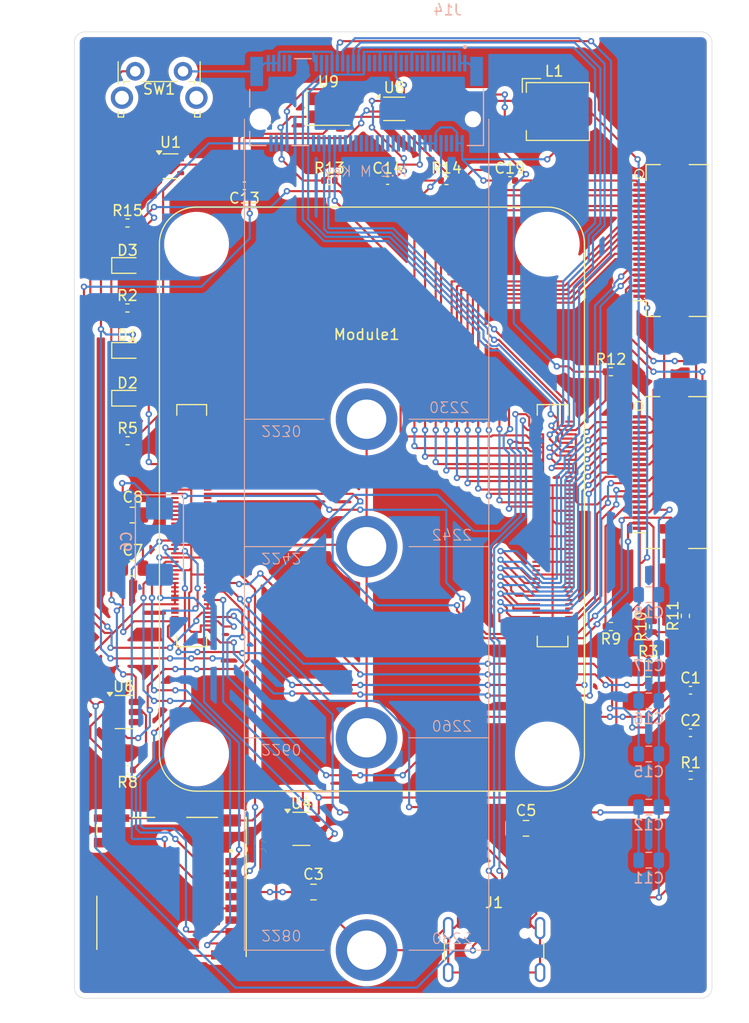
<source format=kicad_pcb>
(kicad_pcb (version 20240108) (generator "pcbnew") (generator_version "8.0")
  (layers (0 "F.Cu" signal) (31 "B.Cu" signal) (34 "B.Paste" user) (35 "F.Paste" user) (36 "B.SilkS" user "B.Silkscreen") (37 "F.SilkS" user "F.Silkscreen") (38 "B.Mask" user) (39 "F.Mask" user) (44 "Edge.Cuts" user))
  (net 0 "")
  (net 1 "GND")
  (net 2 "/+5v")
  (net 3 "/CM5_GPIO ( Ethernet, GPIO, SDCARD)/SD_PWR")
  (net 4 "/+3.3v")
  (net 5 "Net-(D1-K)")
  (net 6 "Net-(D2-K)")
  (net 8 "/CC2")
  (net 9 "/USB2_N")
  (net 10 "/CC1")
  (net 11 "/USB2_P")
  (net 13 "/CM5_HighSpeed/VBUS")
  (net 14 "/PCIe-M2/FB")
  (net 15 "/PCIe-M2/M2_3v3")
  (net 16 "Net-(D3-K)")
  (net 17 "/CM5_GPIO ( Ethernet, GPIO, SDCARD)/SD_CLK")
  (net 18 "/CM5_GPIO ( Ethernet, GPIO, SDCARD)/SD_CMD")
  (net 20 "/CM5_GPIO ( Ethernet, GPIO, SDCARD)/SD_DAT3")
  (net 22 "/CM5_GPIO ( Ethernet, GPIO, SDCARD)/SD_DAT0")
  (net 23 "/CM5_GPIO ( Ethernet, GPIO, SDCARD)/SD_DAT1")
  (net 24 "/CM5_GPIO ( Ethernet, GPIO, SDCARD)/SD_DAT2")
  (net 25 "/CM5_GPIO ( Ethernet, GPIO, SDCARD)/CAM_GPIO0")
  (net 26 "/CM5_HighSpeed/DPHY0_D1_N")
  (net 27 "/CM5_HighSpeed/DPHY0_D0_P")
  (net 28 "/CM5_HighSpeed/SCL0")
  (net 29 "/CM5_HighSpeed/DPHY0_D3_P")
  (net 30 "/CM5_HighSpeed/DPHY0_D2_P")
  (net 31 "/CM5_HighSpeed/DPHY0_C_N")
  (net 32 "/CM5_HighSpeed/DPHY0_D1_P")
  (net 33 "/CM5_HighSpeed/DPHY0_D0_N")
  (net 34 "/CM5_HighSpeed/DPHY0_D3_N")
  (net 35 "/CM5_HighSpeed/DPHY0_C_P")
  (net 36 "/CM5_HighSpeed/DPHY0_D2_N")
  (net 37 "/CM5_GPIO ( Ethernet, GPIO, SDCARD)/CAM_GPIO1")
  (net 38 "/CM5_HighSpeed/SDA0")
  (net 39 "Net-(J9-Pin_17)")
  (net 40 "/CM5_HighSpeed/DPHY1_D2_P")
  (net 42 "/CM5_HighSpeed/DPHY1_D1_P")
  (net 43 "/CM5_HighSpeed/DPHY1_D0_N")
  (net 44 "/CM5_HighSpeed/DPHY1_D0_P")
  (net 45 "/CM5_HighSpeed/DPHY1_D2_N")
  (net 46 "/CM5_HighSpeed/DPHY1_C_N")
  (net 47 "/CM5_HighSpeed/DPHY1_C_P")
  (net 48 "/CM5_HighSpeed/DPHY1_D3_P")
  (net 49 "/CM5_HighSpeed/DPHY1_D3_N")
  (net 50 "/CM5_HighSpeed/DPHY1_D1_N")
  (net 51 "/CM5_GPIO ( Ethernet, GPIO, SDCARD)/ID_SC")
  (net 52 "/CM5_GPIO ( Ethernet, GPIO, SDCARD)/ID_SD")
  (net 54 "/CM5_HighSpeed/PCIE_CLK_N")
  (net 57 "/CM5_HighSpeed/PCIE_nRST")
  (net 59 "Net-(J14-DAS{slash}~{DSS}{slash}~{LED1})")
  (net 66 "/CM5_HighSpeed/PCIE_RX_N")
  (net 68 "/CM5_HighSpeed/PCIE_TX_P")
  (net 76 "/CM5_HighSpeed/PCIE_nWAKE")
  (net 87 "/CM5_HighSpeed/PCIE_RX_P")
  (net 121 "Net-(Module1A-LED_nACT)")
  (net 144 "/CM5_HighSpeed/PCIE_TX_N")
  (net 152 "/CM5_HighSpeed/PCIE_nCLKREQ")
  (net 155 "Net-(J14-SUSCLK)")
  (net 157 "/CM5_HighSpeed/PCIE_CLK_P")
  (net 158 "Net-(U8-LX)")
  (net 162 "/CM5_HighSpeed/PCIE_PWR_EN")
  (net 163 "/CM5_GPIO ( Ethernet, GPIO, SDCARD)/SD_PWR_ON")
  (net 169 "/CM5_HighSpeed/VBUS_EN")
  (net 171 "/CM5_GPIO ( Ethernet, GPIO, SDCARD)/+1.8v")
  (net 180 "/CM5_GPIO ( Ethernet, GPIO, SDCARD)/GPIO_VREF")
  (net 187 "/CM5_GPIO ( Ethernet, GPIO, SDCARD)/PWR_BUT")
  (net 190 "/CM5_GPIO ( Ethernet, GPIO, SDCARD)/nPWR_LED")
  (net 192 "Net-(R5-Pad2)")
  (net 193 "Net-(U6-ILIM)")
  (footprint "Resistor_SMD:R_0402_1005Metric" (layer "F.Cu") (at 76.5 65.5)
    (property "Reference" "R15")
    (property "Value" "1k")
  )
  (footprint "Resistor_SMD:R_0402_1005Metric" (layer "F.Cu") (at 76.5 117 180)
    (property "Reference" "R8")
    (property "Value" "15K 1%")
  )
  (footprint "CM5IO:Hirose_FH12-22S-0.5SH_1x22-1MP_P0.50mm_Horizontal" (layer "F.Cu") (at 126.55 89 90)
    (property "Reference" "J9")
    (property "Value" "Conn_01x22_Female")
  )
  (footprint "Resistor_SMD:R_0402_1005Metric" (layer "F.Cu") (at 126 103.51 90)
    (property "Reference" "R10")
    (property "Value" "2.2K 1%")
  )
  (footprint "Capacitor_SMD:C_0402_1005Metric" (layer "F.Cu") (at 87.5 62 180)
    (property "Reference" "C13")
    (property "Value" "100n")
  )
  (footprint "Capacitor_SMD:C_0402_1005Metric" (layer "F.Cu") (at 129.48 113.5)
    (property "Reference" "C2")
    (property "Value" "100n")
  )
  (footprint "Resistor_SMD:R_0402_1005Metric" (layer "F.Cu") (at 95.5 61.5)
    (property "Reference" "R13")
    (property "Value" "10K 1%")
  )
  (footprint "Package_TO_SOT_SMD:SOT-353_SC-70-5" (layer "F.Cu") (at 80.55 60.15)
    (property "Reference" "U1")
    (property "Value" "74LVC1G07SE-7")
  )
  (footprint "Capacitor_SMD:C_0805_2012Metric" (layer "F.Cu") (at 77 98)
    (property "Reference" "C7")
    (property "Value" "10u")
  )
  (footprint "Resistor_SMD:R_0402_1005Metric" (layer "F.Cu") (at 106.51 61.5)
    (property "Reference" "R14")
    (property "Value" "2.2K 1%")
  )
  (footprint "LED_SMD:LED_0603_1608Metric" (layer "F.Cu") (at 76.5 69.5)
    (property "Reference" "D3")
    (property "Value" "M.2 Act")
  )
  (footprint "CM5IO:SDCARD_MOLEX_503398-1892" (layer "F.Cu") (at 80.64 128.02 -90)
    (property "Reference" "J7")
    (property "Value" "Micro_SD_Card_Det")
  )
  (footprint "Resistor_SMD:R_0402_1005Metric" (layer "F.Cu") (at 121.99 103.5 180)
    (property "Reference" "R9")
    (property "Value" "2.2K 1%")
  )
  (footprint "Capacitor_SMD:C_0402_1005Metric" (layer "F.Cu") (at 112.48 61.5)
    (property "Reference" "C19")
    (property "Value" "100n")
  )
  (footprint "LED_SMD:LED_0603_1608Metric" (layer "F.Cu") (at 76.5 82)
    (property "Reference" "D2")
    (property "Value" "Pwr")
  )
  (footprint "Resistor_SMD:R_0402_1005Metric" (layer "F.Cu") (at 129 102.5 90)
    (property "Reference" "R11")
    (property "Value" "2.2K 1%")
  )
  (footprint "Capacitor_SMD:C_0402_1005Metric" (layer "F.Cu") (at 100.98 61.5)
    (property "Reference" "C14")
    (property "Value" "4.7nF")
  )
  (footprint "CM5IO:L_Bourns_SRP5030CC" (layer "F.Cu") (at 117 55)
    (property "Reference" "L1")
    (property "Value" "2.2uH")
  )
  (footprint "Resistor_SMD:R_0402_1005Metric" (layer "F.Cu") (at 76.51 86)
    (property "Reference" "R5")
    (property "Value" "1k")
  )
  (footprint "Connector_USB:USB_C_Receptacle_GCT_USB4105-xx-A_16P_TopMnt_Horizontal" (layer "F.Cu") (at 111 135)
    (property "Reference" "J1")
    (property "Value" "USB_C_Receptacle_USB2.0")
  )
  (footprint "Capacitor_SMD:C_0402_1005Metric" (layer "F.Cu") (at 129.48 109.5)
    (property "Reference" "C1")
    (property "Value" "100n")
  )
  (footprint "Capacitor_SMD:C_0805_2012Metric" (layer "F.Cu") (at 114 122.5)
    (property "Reference" "C5")
    (property "Value" "10u")
  )
  (footprint "Resistor_SMD:R_0805_2012Metric_Pad1.20x1.40mm_HandSolder" (layer "F.Cu") (at 125.5 107.5)
    (property "Reference" "R3")
    (property "Value" "0R")
  )
  (footprint "LED_SMD:LED_0603_1608Metric" (layer "F.Cu") (at 76.5 77.5)
    (property "Reference" "D1")
    (property "Value" "Act")
  )
  (footprint "CM5IO:Raspberry-Pi-5-Compute-Module" (layer "F.Cu") (at 83 115.5)
    (property "Reference" "Module1")
    (property "Value" "ComputeModule5-CM5")
  )
  (footprint "Crystal:Crystal_SMD_3225-4Pin_3.2x2.5mm" (layer "F.Cu") (at 95.4 54.65)
    (property "Reference" "U9")
    (property "Value" "ASEK-32.768KHZ-L-R-T")
  )
  (footprint "Capacitor_SMD:C_0805_2012Metric" (layer "F.Cu") (at 94 128.5)
    (property "Reference" "C3")
    (property "Value" "10u")
  )
  (footprint "Button_Switch_THT:SW_Tactile_SPST_Angled_PTS645Vx58-2LFS" (layer "F.Cu") (at 77.225 51.2125)
    (property "Reference" "SW1")
    (property "Value" "Right angle Tact button")
  )
  (footprint "Resistor_SMD:R_0402_1005Metric" (layer "F.Cu") (at 76.49 73.5)
    (property "Reference" "R2")
    (property "Value" "1k")
  )
  (footprint "CM5IO:Hirose_FH12-22S-0.5SH_1x22-1MP_P0.50mm_Horizontal" (layer "F.Cu") (at 126.6 67.15 90)
    (property "Reference" "J8")
    (property "Value" "Conn_01x22_Female")
  )
  (footprint "Package_TO_SOT_SMD:SOT-23-5" (layer "F.Cu") (at 92.8625 122.55)
    (property "Reference" "U4")
    (property "Value" "RT9742GGJ5")
  )
  (footprint "Resistor_SMD:R_0402_1005Metric" (layer "F.Cu") (at 129.5 117.5)
    (property "Reference" "R1")
    (property "Value" "2.2K 1%")
  )
  (footprint "Capacitor_SMD:C_0805_2012Metric" (layer "F.Cu") (at 77 93)
    (property "Reference" "C8")
    (property "Value" "10u")
  )
  (footprint "Package_DFN_QFN:DFN-8-1EP_2x2mm_P0.5mm_EP1.05x1.75mm" (layer "F.Cu") (at 101.6 54.75)
    (property "Reference" "U8")
    (property "Value" "AP3441SHE-7B")
  )
  (footprint "Package_TO_SOT_SMD:SOT-23-6" (layer "F.Cu") (at 76.1375 111.55)
    (property "Reference" "U6")
    (property "Value" "AP22653W6")
  )
  (footprint "Resistor_SMD:R_0402_1005Metric" (layer "F.Cu") (at 121.99 79.5)
    (property "Reference" "R12")
    (property "Value" "100K 1%")
  )
  (footprint "Capacitor_SMD:C_0805_2012Metric" (layer "B.Cu") (at 125.55 115.5)
    (property "Reference" "C15")
    (property "Value" "10u")
  )
  (footprint "Capacitor_SMD:C_0805_2012Metric" (layer "B.Cu") (at 125.55 110.5)
    (property "Reference" "C16")
    (property "Value" "10u")
  )
  (footprint "Capacitor_SMD:C_0805_2012Metric" (layer "B.Cu") (at 125.55 125.5)
    (property "Reference" "C11")
    (property "Value" "10u")
  )
  (footprint "Capacitor_SMD:C_0805_2012Metric" (layer "B.Cu") (at 125.55 120.5)
    (property "Reference" "C12")
    (property "Value" "10u")
  )
  (footprint "Capacitor_Tantalum_SMD:CP_EIA-7343-31_Kemet-D" (layer "B.Cu") (at 79.5 95.5 -90)
    (property "Reference" "C6")
    (property "Value" "100uF")
  )
  (footprint "Capacitor_SMD:C_0805_2012Metric" (layer "B.Cu") (at 125.55 105.5)
    (property "Reference" "C17")
    (property "Value" "10u")
  )
  (footprint "Capacitor_SMD:C_0805_2012Metric" (layer "B.Cu") (at 125.55 100.5)
    (property "Reference" "C18")
    (property "Value" "10u")
  )
  (footprint "CM5IO:M.2 M Key socket" (layer "B.Cu") (at 99 55.725 180)
    (property "Reference" "J14")
    (property "Value" "Bus_M.2_Socket_M")
  )
  (gr_arc (start 131.5 137.5) (mid 131.207107 138.207107) (end 130.5 138.5) (stroke (width 0.05)) (layer "Edge.Cuts"))
  (gr_arc (start 72.5 138.5) (mid 71.792893 138.207107) (end 71.5 137.5) (stroke (width 0.05)) (layer "Edge.Cuts"))
  (gr_line (start 131.5 137.5) (end 131.5 48.5) (stroke (width 0.05)) (layer "Edge.Cuts"))
  (gr_arc (start 130.5 47.5) (mid 131.207107 47.792893) (end 131.5 48.5) (stroke (width 0.05)) (layer "Edge.Cuts"))
  (gr_line (start 72.5 138.5) (end 130.5 138.5) (stroke (width 0.05)) (layer "Edge.Cuts"))
  (gr_arc (start 71.5 48.5) (mid 71.792893 47.792893) (end 72.5 47.5) (stroke (width 0.05)) (layer "Edge.Cuts"))
  (gr_line (start 130.5 47.5) (end 72.5 47.5) (stroke (width 0.05)) (layer "Edge.Cuts"))
  (gr_line (start 71.5 137.5) (end 71.5 48.5) (stroke (width 0.05)) (layer "Edge.Cuts"))
  (segment (start 116.5 90.2) (end 118.04 90.2) (width 0.2) (layer "F.Cu") (net 1))
  (segment (start 116.5 93.5) (end 116.5 95) (width 0.2) (layer "F.Cu") (net 1))
  (segment (start 122.5 80) (end 124.7 82.2) (width 0.2) (layer "F.Cu") (net 1))
  (segment (start 93 121.937499) (end 93 119) (width 0.2) (layer "F.Cu") (net 1))
  (segment (start 82.5 95.8) (end 84.04 95.8) (width 0.2) (layer "F.Cu") (net 1))
  (segment (start 126 84.15) (end 126 85) (width 0.2) (layer "F.Cu") (net 1))
  (segment (start 114.95 130.57) (end 114.2 131.32) (width 0.2) (layer "F.Cu") (net 1))
  (segment (start 82.5 90.5) (end 82.5 92) (width 0.2) (layer "F.Cu") (net 1))
  (segment (start 80.96 90.6) (end 82.4 90.6) (width 0.2) (layer "F.Cu") (net 1))
  (segment (start 118.69 86.6) (end 118.04 86.6) (width 0.2) (layer "F.Cu") (net 1))
  (segment (start 82.7 94.2) (end 82.5 94) (width 0.2) (layer "F.Cu") (net 1))
  (segment (start 114.96 89) (end 115.5 89) (width 0.2) (layer "F.Cu") (net 1))
  (segment (start 118.04 89) (end 118.59 89) (width 0.2) (layer "F.Cu") (net 1))
  (segment (start 116.5 99.8) (end 116.5 101) (width 0.2) (layer "F.Cu") (net 1))
  (segment (start 95.5 131.14) (end 90.5 131.14) (width 0.2) (layer "F.Cu") (net 1))
  (segment (start 82.7 92.2) (end 82.5 92) (width 0.2) (layer "F.Cu") (net 1))
  (segment (start 109 60.5) (end 111.96 60.5) (width 0.2) (layer "F.Cu") (net 1))
  (segment (start 116.8 93.8) (end 116.5 93.5) (width 0.2) (layer "F.Cu") (net 1))
  (segment (start 118.04 92.6) (end 116.6 92.6) (width 0.2) (layer "F.Cu") (net 1))
  (segment (start 118.59 90.2) (end 118.04 90.2) (width 0.2) (layer "F.Cu") (net 1))
  (segment (start 101.6 54.75) (end 101.6 54.4) (width 0.2) (layer "F.Cu") (net 1))
  (segment (start 82.5 94.5) (end 82.5 95.8) (width 0.2) (layer "F.Cu") (net 1))
  (segment (start 82.6 98.6) (end 82.5 98.5) (width 0.2) (layer "F.Cu") (net 1))
  (segment (start 116.5 98.6) (end 118.04 98.6) (width 0.2) (layer "F.Cu") (net 1))
  (segment (start 125.65 69.4) (end 124.75 69.4) (width 0.2) (layer "F.Cu") (net 1))
  (segment (start 125.6 83.75) (end 126 84.15) (width 0.2) (layer "F.Cu") (net 1))
  (segment (start 80.606544 60.8) (end 81.406544 60) (width 0.2) (layer "F.Cu") (net 1))
  (segment (start 82.5 97) (end 84.04 97) (width 0.2) (layer "F.Cu") (net 1))
  (segment (start 106.68 131.895) (end 106.68 136.075) (width 0.2) (layer "F.Cu") (net 1))
  (segment (start 121.465657 91.25) (end 120.715657 92) (width 0.2) (layer "F.Cu") (net 1))
  (segment (start 114.96 86.6) (end 115.5 86.6) (width 0.2) (layer "F.Cu") (net 1))
  (segment (start 94.9 57.1) (end 96.5 55.5) (width 0.2) (layer "F.Cu") (net 1))
  (segment (start 115.51 89) (end 115.5 89) (width 0.2) (layer "F.Cu") (net 1))
  (segment (start 129.96 113.5) (end 129.96 109.5) (width 0.2) (layer "F.Cu") (net 1))
  (segment (start 116.6 92.6) (end 116.5 92.5) (width 0.2) (layer "F.Cu") (net 1))
  (segment (start 83.39 104) (end 82.5 104) (width 0.2) (layer "F.Cu") (net 1))
  (segment (start 125.6 89.75) (end 124.7 89.75) (width 0.2) (layer "F.Cu") (net 1))
  (segment (start 86.25 121.76) (end 88.24 121.76) (width 0.2) (layer "F.Cu") (net 1))
  (segment (start 114.96 102.2) (end 116.5 102.2) (width 0.2) (layer "F.Cu") (net 1))
  (segment (start 101.6 54.75) (end 101.6 55.825) (width 0.2) (layer "F.Cu") (net 1))
  (segment (start 124.7 82.2) (end 124.7 83.75) (width 0.2) (layer "F.Cu") (net 1))
  (segment (start 126 70.55) (end 127 71.55) (width 0.2) (layer "F.Cu") (net 1))
  (segment (start 80.96 88.6) (end 82.4 88.6) (width 0.2) (layer "F.Cu") (net 1))
  (segment (start 118.04 85.4) (end 118.69 85.4) (width 0.2) (layer "F.Cu") (net 1))
  (segment (start 115.51 86.6) (end 115.5 86.6) (width 0.2) (layer "F.Cu") (net 1))
  (segment (start 116.5 102.2) (end 116.5 103.4) (width 0.2) (layer "F.Cu") (net 1))
  (segment (start 126.15 92.5) (end 126 92.35) (width 0.2) (layer "F.Cu") (net 1))
  (segment (start 80.96 94.6) (end 82.4 94.6) (width 0.2) (layer "F.Cu") (net 1))
  (segment (start 84.04 103.4) (end 83.39 103.4) (width 0.2) (layer "F.Cu") (net 1))
  (segment (start 115.51 90.2) (end 115.5 90.2) (width 0.2) (layer "F.Cu") (net 1))
  (segment (start 82.5 86.6) (end 84.04 86.6) (width 0.2) (layer "F.Cu") (net 1))
  (segment (start 130.01 117.5) (end 130.01 113.55) (width 0.2) (layer "F.Cu") (net 1))
  (segment (start 106.68 131.895) (end 107.225 131.895) (width 0.2) (layer "F.Cu") (net 1))
  (segment (start 125.6 92.75) (end 124.7 92.75) (width 0.2) (layer "F.Cu") (net 1))
  (segment (start 82.4 94.6) (end 82.5 94.5) (width 0.2) (layer "F.Cu") (net 1))
  (segment (start 126 63.05) (end 125.65 63.4) (width 0.2) (layer "F.Cu") (net 1))
  (segment (start 84.04 94.2) (end 82.7 94.2) (width 0.2) (layer "F.Cu") (net 1))
  (segment (start 101.6 54.4) (end 102 54) (width 0.2) (layer "F.Cu") (net 1))
  (segment (start 80.96 84.2) (end 82.5 84.2) (width 0.2) (layer "F.Cu") (net 1))
  (segment (start 116.5 91.4) (end 118.04 91.4) (width 0.2) (layer "F.Cu") (net 1))
  (segment (start 115.5 90.2) (end 116.5 90.2) (width 0.2) (layer "F.Cu") (net 1))
  (segment (start 82.5 98) (end 82.5 98.5) (width 0.2) (layer "F.Cu") (net 1))
  (segment (start 124.35 61.5) (end 124.75 61.9) (width 0.2) (layer "F.Cu") (net 1))
  (segment (start 125.65 64.9) (end 124.75 64.9) (width 0.2) (layer "F.Cu") (net 1))
  (segment (start 126.6 75.5) (end 127 75.9) (width 0.2) (layer "F.Cu") (net 1))
  (segment (start 116.5 101) (end 118.04 101) (width 0.2) (layer "F.Cu") (net 1))
  (segment (start 82.3 100.348529) (end 82.5 100.148529) (width 0.2) (layer "F.Cu") (net 1))
  (segment (start 118.69 88.9) (end 118.69 87.7) (width 0.2) (layer "F.Cu") (net 1))
  (segment (start 108 61.5) (end 109 60.5) (width 0.2) (layer "F.Cu") (net 1))
  (segment (start 125.65 66.4) (end 124.75 66.4) (width 0.2) (layer "F.Cu") (net 1))
  (segment (start 114.96 90.2) (end 115.5 90.2) (width 0.2) (layer "F.Cu") (net 1))
  (segment (start 115.61 85.4) (end 115.61 86.5) (width 0.2) (layer "F.Cu") (net 1))
  (segment (start 83.39 103.4) (end 83.39 104) (width 0.2) (layer "F.Cu") (net 1))
  (segment (start 126 87.85) (end 125.6 88.25) (width 0.2) (layer "F.Cu") (net 1))
  (segment (start 79.5 97) (end 80.96 97) (width 0.2) (layer "F.Cu") (net 1))
  (segment (start 126 87.85) (end 126 89.35) (width 0.2) (layer "F.Cu") (net 1))
  (segment (start 80.96 85.4) (end 82.5 85.4) (width 0.2) (layer "F.Cu") (net 1))
  (segment (start 115.32 131.895) (end 114.775 131.895) (width 0.2) (layer "F.Cu") (net 1))
  (segment (start 78.35 92.6) (end 80.96 92.6) (width 0.2) (layer "F.Cu") (net 1))
  (segment (start 118.69 90.2) (end 118.04 90.2) (width 0.2) (layer "F.Cu") (net 1))
  (segment (start 115.61 87.7) (end 115.51 87.8) (width 0.2) (layer "F.Cu") (net 1))
  (segment (start 126 67.55) (end 126 69.05) (width 0.2) (layer "F.Cu") (net 1))
  (segment (start 122.5 79.5) (end 122.5 80) (width 0.2) (layer "F.Cu") (net 1))
  (segment (start 118.69 90.1) (end 118.59 90.2) (width 0.2) (layer "F.Cu") (net 1))
  (segment (start 130.01 113.55) (end 129.96 113.5) (width 0.2) (layer "F.Cu") (net 1))
  (segment (start 126 66.05) (end 125.65 66.4) (width 0.2) (layer "F.Cu") (net 1))
  (segment (start 120.715657 92) (end 119 92) (width 0.2) (layer "F.Cu") (net 1))
  (segment (start 107.02 61.5) (end 108 61.5) (width 0.2) (layer "F.Cu") (net 1))
  (segment (start 116.5 97.4) (end 116.5 98.6) (width 0.2) (layer "F.Cu") (net 1))
  (segment (start 126 62.25) (end 126 63.05) (width 0.2) (layer "F.Cu") (net 1))
  (segment (start 114.96 96.2) (end 116.5 96.2) (width 0.2) (layer "F.Cu") (net 1))
  (segment (start 91.725 122.55) (end 92.387499 122.55) (width 0.2) (layer "F.Cu") (net 1))
  (segment (start 82.4 90.6) (end 82.5 90.5) (width 0.2) (layer "F.Cu") (net 1))
  (segment (start 73 112.887501) (end 74.337501 111.55) (width 0.2) (layer "F.Cu") (net 1))
  (segment (start 126 69.05) (end 126 70.55) (width 0.2) (layer "F.Cu") (net 1))
  (segment (start 118.69 86.6) (end 118.69 87.7) (width 0.2) (layer "F.Cu") (net 1))
  (segment (start 106.68 136.075) (end 115.32 136.075) (width 0.2) (layer "F.Cu") (net 1))
  (segment (start 99 83.975) (end 99 95.975) (width 0.2) (layer "F.Cu") (net 1))
  (segment (start 82.3 103.8) (end 82.3 100.348529) (width 0.2) (layer "F.Cu") (net 1))
  (segment (start 111.96 60.5) (end 112.96 61.5) (width 0.2) (layer "F.Cu") (net 1))
  (segment (start 107.225 131.895) (end 107.8 131.32) (width 0.2) (layer "F.Cu") (net 1))
  (segment (start 82.5 88) (end 82.5 88.5) (width 0.2) (layer "F.Cu") (net 1))
  (segment (start 82.5 94) (end 82.5 94.5) (width 0.2) (layer "F.Cu") (net 1))
  (segment (start 116.5 99.8) (end 118.04 99.8) (width 0.2) (layer "F.Cu") (net 1))
  (segment (start 114.96 87.8) (end 115.5 87.8) (width 0.2) (layer "F.Cu") (net 1))
  (segment (start 96.165 131.14) (end 95.5 131.14) (width 0.2) (layer "F.Cu") (net 1))
  (segment (start 92.885 134.42) (end 96.165 131.14) (width 0.2) (layer "F.Cu") (net 1))
  (segment (start 126 89.35) (end 125.6 89.75) (width 0.2) (layer "F.Cu") (net 1))
  (segment (start 77.95 98) (end 77.95 93) (width 0.2) (layer "F.Cu") (net 1))
  (segment (start 86.03 121.54) (end 86.25 121.76) (width 0.2) (layer "F.Cu") (net 1))
  (segment (start 75 117.99) (end 75.99 117) (width 0.2) (layer "F.Cu") (net 1))
  (segment (start 125.65 63.4) (end 124.75 63.4) (width 0.2) (layer "F.Cu") (net 1))
  (segment (start 104.315 133.975) (end 99 133.975) (width 0.2) (layer "F.Cu") (net 1))
  (segment (start 79.6 60.8) (end 80.606544 60.8) (width 0.2) (layer "F.Cu") (net 1))
  (segment (start 116.5 103.4) (end 118.04 103.4) (width 0.2) (layer "F.Cu") (net 1))
  (segment (start 118.69 85.4) (end 118.69 86.6) (width 0.2) (layer "F.Cu") (net 1))
  (segment (start 102.5 52.5) (end 102.5 54) (width 0.2) (layer "F.Cu") (net 1))
  (segment (start 130.01 117.5) (end 130.01 125.49) (width 0.2) (layer "F.Cu") (net 1))
  (segment (start 115.61 86.5) (end 115.61 87.7) (width 0.2) (layer "F.Cu") (net 1))
  (segment (start 116.5 96.2) (end 116.5 97.4) (width 0.2) (layer "F.Cu") (net 1))
  (segment (start 73 114.01) (end 73 112.887501) (width 0.2) (layer "F.Cu") (net 1))
  (segment (start 84.04 88.2) (end 82.7 88.2) (width 0.2) (layer "F.Cu") (net 1))
  (segment (start 82.5 104) (end 82.3 103.8) (width 0.2) (layer "F.Cu") (net 1))
  (segment (start 118.69 91.69) (end 118.69 90.2) (width 0.2) (layer "F.Cu") (net 1))
  (segment (start 124.7 91.25) (end 121.465657 91.25) (width 0.2) (layer "F.Cu") (net 1))
  (segment (start 126 63.05) (end 126 64.55) (width 0.2) (layer "F.Cu") (net 1))
  (segment (start 116.5 90.2) (end 116.5 91.4) (width 0.2) (layer "F.Cu") (net 1))
  (segment (start 75.99 117) (end 73 114.01) (width 0.2) (layer "F.Cu") (net 1))
  (segment (start 126 67.55) (end 125.65 67.9) (width 0.2) (layer "F.Cu") (net 1))
  (segment (start 125.6 91.25) (end 124.7 91.25) (width 0.2) (layer "F.Cu") (net 1))
  (segment (start 126 86.35) (end 126 87.85) (width 0.2) (layer "F.Cu") (net 1))
  (segment (start 102 54) (end 102.5 54) (width 0.2) (layer "F.Cu") (net 1))
  (segment (start 96.5 55.5) (end 100.7 55.5) (width 0.2) (layer "F.Cu") (net 1))
  (segment (start 127 75.9) (end 127 80.2) (width 0.2) (layer "F.Cu") (net 1))
  (segment (start 75 121.54) (end 86.03 121.54) (width 0.2) (layer "F.Cu") (net 1))
  (segment (start 77.95 93) (end 78.35 92.6) (width 0.2) (layer "F.Cu") (net 1))
  (segment (start 75 134.5) (end 85.685 134.5) (width 0.2) (layer "F.Cu") (net 1))
  (segment (start 87.4 57.1) (end 94.9 57.1) (width 0.2) (layer "F.Cu") (net 1))
  (segment (start 80.96 98.2) (end 82.3 98.2) (width 0.2) (layer "F.Cu") (net 1))
  (segment (start 80.96 86.6) (end 82.5 86.6) (width 0.2) (layer "F.Cu") (net 1))
  (segment (start 118.04 93.8) (end 116.8 93.8) (width 0.2) (layer "F.Cu") (net 1))
  (segment (start 126 89.35) (end 126 90.85) (width 0.2) (layer "F.Cu") (net 1))
  (segment (start 126 64.55) (end 125.65 64.9) (width 0.2) (layer "F.Cu") (net 1))
  (segment (start 84.04 95.8) (end 98.825 95.8) (width 0.2) (layer "F.Cu") (net 1))
  (segment (start 116.5 91.4) (end 116.5 92.5) (width 0.2) (layer "F.Cu") (net 1))
  (segment (start 114.96 97.4) (end 116.5 97.4) (width 0.2) (layer "F.Cu") (net 1))
  (segment (start 80.96 95.8) (end 82.5 95.8) (width 0.2) (layer "F.Cu") (net 1))
  (segment (start 98.825 95.8) (end 99 95.975) (width 0.2) (layer "F.Cu") (net 1))
  (segment (start 75 121.54) (end 75 117.99) (width 0.2) (layer "F.Cu") (net 1))
  (segment (start 118.69 88.9) (end 118.69 90.1) (width 0.2) (layer "F.Cu") (net 1))
  (segment (start 124.7 83.75) (end 125.6 83.75) (width 0.2) (layer "F.Cu") (net 1))
  (segment (start 118.69 87.7) (end 118.59 87.8) (width 0.2) (layer "F.Cu") (net 1))
  (segment (start 82.5 92.5) (end 82.5 94) (width 0.2) (layer "F.Cu") (net 1))
  (segment (start 99 119) (end 99 113.975) (width 0.2) (layer "F.Cu") (net 1))
  (segment (start 82.4 92.6) (end 82.5 92.5) (width 0.2) (layer "F.Cu") (net 1))
  (segment (start 82.4 88.6) (end 82.5 88.5) (width 0.2) (layer "F.Cu") (net 1))
  (segment (start 85.685 134.5) (end 85.765 134.42) (width 0.2) (layer "F.Cu") (net 1))
  (segment (start 116.5 98.6) (end 116.5 99.8) (width 0.2) (layer "F.Cu") (net 1))
  (segment (start 114.96 91.4) (end 116.5 91.4) (width 0.2) (layer "F.Cu") (net 1))
  (segment (start 119 92) (end 118.69 91.69) (width 0.2) (layer "F.Cu") (net 1))
  (segment (start 82.5 84.2) (end 84.04 84.2) (width 0.2) (layer "F.Cu") (net 1))
  (segment (start 127.5 92.5) (end 126.15 92.5) (width 0.2) (layer "F.Cu") (net 1))
  (segment (start 87.02 60) (end 87.02 62) (width 0.2) (layer "F.Cu") (net 1))
  (segment (start 92.387499 122.55) (end 93 121.937499) (width 0.2) (layer "F.Cu") (net 1))
  (segment (start 126 81.2) (end 126 84.15) (width 0.2) (layer "F.Cu") (net 1))
  (segment (start 115.61 90.1) (end 115.51 90.2) (width 0.2) (layer "F.Cu") (net 1))
  (segment (start 112.96 61.5) (end 124.35 61.5) (width 0.2) (layer "F.Cu") (net 1))
  (segment (start 87.02 57.48) (end 87.4 57.1) (width 0.2) (layer "F.Cu") (net 1))
  (segment (start 95.5 131.14) (end 94.95 130.59) (width 0.2) (layer "F.Cu") (net 1))
  (segment (start 116.5 97.4) (end 118.04 97.4) (width 0.2) (layer "F.Cu") (net 1))
  (segment (start 126 86.35) (end 125.6 86.75) (width 0.2) (layer "F.Cu") (net 1))
  (segment (start 126 90.85) (end 126 92.35) (width 0.2) (layer "F.Cu") (net 1))
  (segment (start 106.68 131.895) (end 106.395 131.895) (width 0.2) (layer "F.Cu") (net 1))
  (segment (start 125.65 67.9) (end 124.75 67.9) (width 0.2) (layer "F.Cu") (net 1))
  (segment (start 101.6 55.1) (end 101.6 54.75) (width 0.2) (layer "F.Cu") (net 1))
  (segment (start 115.61 88.9) (end 115.61 90.1) (width 0.2) (layer "F.Cu") (net 1))
  (segment (start 126 66.05) (end 126 67.55) (width 0.2) (layer "F.Cu") (net 1))
  (segment (start 99 95.975) (end 99 113.975) (width 0.2) (layer "F.Cu") (net 1))
  (segment (start 127 71.55) (end 126.6 71.95) (width 0.2) (layer "F.Cu") (net 1))
  (segment (start 121.45 129) (end 126.5 129) (width 0.2) (layer "F.Cu") (net 1))
  (segment (start 101.6 55.825) (end 107.02 61.245) (width 0.2) (layer "F.Cu") (net 1))
  (segment (start 107.02 61.245) (end 107.02 61.5) (width 0.2) (layer "F.Cu") (net 1))
  (segment (start 114.96 101) (end 116.5 101) (width 0.2) (layer "F.Cu") (net 1))
  (segment (start 82.5 92) (end 82.5 92.5) (width 0.2) (layer "F.Cu") (net 1))
  (segment (start 114.96 99.8) (end 116.5 99.8) (width 0.2) (layer "F.Cu") (net 1))
  (segment (start 82.5 90) (end 82.5 90.5) (width 0.2) (layer "F.Cu") (net 1))
  (segment (start 82.7 88.2) (end 82.5 88) (width 0.2) (layer "F.Cu") (net 1))
  (segment (start 84.04 92.2) (end 82.7 92.2) (width 0.2) (layer "F.Cu") (net 1))
  (segment (start 90.5 123.112501) (end 90.5 131.14) (width 0.2) (layer "F.Cu") (net 1))
  (segment (start 87.02 60) (end 87.02 57.48) (width 0.2) (layer "F.Cu") (net 1))
  (segment (start 91.725 122.55) (end 91.062501 122.55) (width 0.2) (layer "F.Cu") (net 1))
  (segment (start 88.24 121.76) (end 91 119) (width 0.2) (layer "F.Cu") (net 1))
  (segment (start 126.6 71.95) (end 126.6 75.5) (width 0.2) (layer "F.Cu") (net 1))
  (segment (start 114.96 95) (end 116.5 95) (width 0.2) (layer "F.Cu") (net 1))
  (segment (start 114.96 98.6) (end 116.5 98.6) (width 0.2) (layer "F.Cu") (net 1))
  (segment (start 126 64.55) (end 126 66.05) (width 0.2) (layer "F.Cu") (net 1))
  (segment (start 82.5 85.4) (end 84.04 85.4) (width 0.2) (layer "F.Cu") (net 1))
  (segment (start 116.5 96.2) (end 118.04 96.2) (width 0.2) (layer "F.Cu") (net 1))
  (segment (start 82.7 90.2) (end 82.5 90) (width 0.2) (layer "F.Cu") (net 1))
  (segment (start 116.5 102.2) (end 118.04 102.2) (width 0.2) (layer "F.Cu") (net 1))
  (segment (start 84.04 98.6) (end 82.6 98.6) (width 0.2) (layer "F.Cu") (net 1))
  (segment (start 74.337501 111.55) (end 75 111.55) (width 0.2) (layer "F.Cu") (net 1))
  (segment (start 91.062501 122.55) (end 90.5 123.112501) (width 0.2) (layer "F.Cu") (net 1))
  (segment (start 82.5 85.4) (end 82.5 86.6) (width 0.2) (layer "F.Cu") (net 1))
  (segment (start 116.5 95) (end 118.04 95) (width 0.2) (layer "F.Cu") (net 1))
  (segment (start 130.01 125.49) (end 126.5 129) (width 0.2) (layer "F.Cu") (net 1))
  (segment (start 125.65 61.9) (end 126 62.25) (width 0.2) (layer "F.Cu") (net 1))
  (segment (start 125.6 88.25) (end 124.7 88.25) (width 0.2) (layer "F.Cu") (net 1))
  (segment (start 93 119) (end 99 119) (width 0.2) (layer "F.Cu") (net 1))
  (segment (start 80.96 92.6) (end 82.4 92.6) (width 0.2) (layer "F.Cu") (net 1))
  (segment (start 82.5 88.5) (end 82.5 90) (width 0.2) (layer "F.Cu") (net 1))
  (segment (start 118.59 89) (end 118.69 88.9) (width 0.2) (layer "F.Cu") (net 1))
  (segment (start 91 119) (end 93 119) (width 0.2) (layer "F.Cu") (net 1))
  (segment (start 114.96 85.4) (end 115.61 85.4) (width 0.2) (layer "F.Cu") (net 1))
  (segment (start 125.6 86.75) (end 124.7 86.75) (width 0.2) (layer "F.Cu") (net 1))
  (segment (start 82.5 97) (end 82.5 98) (width 0.2) (layer "F.Cu") (net 1))
  (segment (start 126 70.55) (end 125.65 70.9) (width 0.2) (layer "F.Cu") (net 1))
  (segment (start 115.61 88.9) (end 115.51 89) (width 0.2) (layer "F.Cu") (net 1))
  (segment (start 126 85) (end 126 86.35) (width 0.2) (layer "F.Cu") (net 1))
  (segment (start 116.5 101) (end 116.5 102.2) (width 0.2) (layer "F.Cu") (net 1))
  (segment (start 118.59 87.8) (end 118.04 87.8) (width 0.2) (layer "F.Cu") (net 1))
  (segment (start 100.7 55.5) (end 101.2 55.5) (width 0.2) (layer "F.Cu") (net 1))
  (segment (start 82.5 100.148529) (end 82.5 98.5) (width 0.2) (layer "F.Cu") (net 1))
  (segment (start 114.96 103.4) (end 116.5 103.4) (width 0.2) (layer "F.Cu") (net 1))
  (segment (start 115.32 136.075) (end 115.32 131.895) (width 0.2) (layer "F.Cu") (net 1))
  (segment (start 81.406544 60) (end 87.02 60) (width 0.2) (layer "F.Cu") (net 1))
  (segment (start 114.775 131.895) (end 114.2 131.32) (width 0.2) (layer "F.Cu") (net 1))
  (segment (start 82.5 84.2) (end 82.5 85.4) (width 0.2) (layer "F.Cu") (net 1))
  (segment (start 116.5 92.5) (end 116.5 93.5) (width 0.2) (layer "F.Cu") (net 1))
  (segment (start 126 85) (end 125.75 85.25) (width 0.2) (layer "F.Cu") (net 1))
  (segment (start 126 92.35) (end 125.6 92.75) (width 0.2) (layer "F.Cu") (net 1))
  (segment (start 116.5 95) (end 116.5 96.2) (width 0.2) (layer "F.Cu") (net 1))
  (segment (start 127 80.2) (end 126 81.2) (width 0.2) (layer "F.Cu") (net 1))
  (segment (start 94.95 130.59) (end 94.95 128.5) (width 0.2) (layer "F.Cu") (net 1))
  (segment (start 85.765 134.42) (end 92.885 134.42) (width 0.2) (layer "F.Cu") (net 1))
  (segment (start 99 133.975) (end 96.165 131.14) (width 0.2) (layer "F.Cu") (net 1))
  (segment (start 115.61 86.5) (end 115.51 86.6) (width 0.2) (layer "F.Cu") (net 1))
  (segment (start 125.75 85.25) (end 124.7 85.25) (width 0.2) (layer "F.Cu") (net 1))
  (segment (start 82.3 98.2) (end 82.5 98) (width 0.2) (layer "F.Cu") (net 1))
  (segment (start 101.2 55.5) (end 101.6 55.1) (width 0.2) (layer "F.Cu") (net 1))
  (segment (start 84.04 90.2) (end 82.7 90.2) (width 0.2) (layer "F.Cu") (net 1))
  (segment (start 90.5 131.14) (end 86.265 131.14) (width 0.2) (layer "F.Cu") (net 1))
  (segment (start 114.95 122.5) (end 114.95 130.57) (width 0.2) (layer "F.Cu") (net 1))
  (segment (start 114.95 122.5) (end 121.45 129) (width 0.2) (layer "F.Cu") (net 1))
  (segment (start 126 69.05) (end 125.65 69.4) (width 0.2) (layer "F.Cu") (net 1))
  (segment (start 82.5 95.8) (end 82.5 97) (width 0.2) (layer "F.Cu") (net 1))
  (segment (start 82.5 86.6) (end 82.5 88) (width 0.2) (layer "F.Cu") (net 1))
  (segment (start 126 90.85) (end 125.6 91.25) (width 0.2) (layer "F.Cu") (net 1))
  (segment (start 115.61 87.7) (end 115.61 88.9) (width 0.2) (layer "F.Cu") (net 1))
  (segment (start 106.395 131.895) (end 104.315 133.975) (width 0.2) (layer "F.Cu") (net 1))
  (segment (start 115.51 87.8) (end 115.5 87.8) (width 0.2) (layer "F.Cu") (net 1))
  (segment (start 80.96 97) (end 82.5 97) (width 0.2) (layer "F.Cu") (net 1))
  (segment (start 125.65 70.9) (end 124.75 70.9) (width 0.2) (layer "F.Cu") (net 1))
  (segment (start 124.75 61.9) (end 125.65 61.9) (width 0.2) (layer "F.Cu") (net 1))
  (via (at 126.5 129) (size 0.6) (drill 0.3) (layers "F.Cu" "B.Cu") (net 1))
  (via (at 102.5 52.5) (size 0.6) (drill 0.3) (layers "F.Cu" "B.Cu") (net 1))
  (via (at 127.5 92.5) (size 0.6) (drill 0.3) (layers "F.Cu" "B.Cu") (net 1))
  (via (at 79.5 97) (size 0.6) (drill 0.3) (layers "F.Cu" "B.Cu") (net 1))
  (segment (start 95.8 51.525) (end 97.5 51.525) (width 0.2) (layer "B.Cu") (net 1))
  (segment (start 94 49.375) (end 94 50.2) (width 0.2) (layer "B.Cu") (net 1))
  (segment (start 95.75 49.425) (end 95.75 50.45) (width 0.2) (layer "B.Cu") (net 1))
  (segment (start 126.5 110.5) (end 126.5 105.5) (width 0.2) (layer "B.Cu") (net 1))
  (segment (start 104.8 49.375) (end 106.2 49.375) (width 0.2) (layer "B.Cu") (net 1))
  (segment (start 108.25 50.45) (end 107.75 50.45) (width 0.2) (layer "B.Cu") (net 1))
  (segment (start 98.75 51.475) (end 98.75 50.45) (width 0.2) (layer "B.Cu") (net 1))
  (segment (start 81.7375 51.225) (end 81.725 51.2125) (width 0.2) (layer "B.Cu") (net 1))
  (segment (start 90.75 49.425) (end 90.8 49.375) (width 0.2) (layer "B.Cu") (net 1))
  (segment (start 97.3 51.525) (end 97.5 51.525) (width 0.2) (layer "B.Cu") (net 1))
  (segment (start 90.25 50.45) (end 89.75 50.45) (width 0.2) (layer "B.Cu") (net 1))
  (segment (start 106.25 49.425) (end 106.3 49.375) (width 0.2) (layer "B.Cu") (net 1))
  (segment (start 97.25 51.475) (end 97.3 51.525) (width 0.2) (layer "B.Cu") (net 1))
  (segment (start 89.75 50.45) (end 89.425 50.45) (width 0.2) (layer "B.Cu") (net 1))
  (segment (start 104.7 49.375) (end 104.75 49.425) (width 0.2) (layer "B.Cu") (net 1))
  (segment (start 108.575 50.45) (end 109.35 51.225) (width 0.2) (layer "B.Cu") (net 1))
  (segment (start 126.5 125.5) (end 126.5 120.5) (width 0.2) (layer "B.Cu") (net 1))
  (segment (start 104.75 49.425) (end 104.75 50.45) (width 0.2) (layer "B.Cu") (net 1))
  (segment (start 90.75 50.45) (end 90.75 49.425) (width 0.2) (layer "B.Cu") (net 1))
  (segment (start 108.25 50.45) (end 108.575 50.45) (width 0.2) (layer "B.Cu") (net 1))
  (segment (start 79.5 98.6125) (end 79.5 97) (width 0.2) (layer "B.Cu") (net 1))
  (segment (start 106.2 49.375) (end 106.25 49.425) (width 0.2) (layer "B.Cu") (net 1))
  (segment (start 126.5 129) (end 126.5 125.5) (width 0.2) (layer "B.Cu") (net 1))
  (segment (start 98.7 49.375) (end 98.75 49.425) (width 0.2) (layer "B.Cu") (net 1))
  (segment (start 94 50.2) (end 94.25 50.45) (width 0.2) (layer "B.Cu") (net 1))
  (segment (start 101.7 49.375) (end 101.75 49.425) (width 0.2) (layer "B.Cu") (net 1))
  (segment (start 106.3 49.375) (end 107.7 49.375) (width 0.2) (layer "B.Cu") (net 1))
  (segment (start 98.75 49.425) (end 98.75 50.45) (width 0.2) (layer "B.Cu") (net 1))
  (segment (start 107.75 49.425) (end 107.75 50.45) (width 0.2) (layer "B.Cu") (net 1))
  (segment (start 98.7 51.525) (end 98.75 51.475) (width 0.2) (layer "B.Cu") (net 1))
  (segment (start 97.5 51.525) (end 98.7 51.525) (width 0.2) (layer "B.Cu") (net 1))
  (segment (start 95.7 49.375) (end 95.75 49.425) (width 0.2) (layer "B.Cu") (net 1))
  (segment (start 100.2 49.375) (end 100.25 49.425) (width 0.2) (layer "B.Cu") (net 1))
  (segment (start 126.5 105.5) (end 126.5 100.5) (width 0.2) (layer "B.Cu") (net 1))
  (segment (start 95.75 50.45) (end 95.75 51.475) (width 0.2) (layer "B.Cu") (net 1))
  (segment (start 103.25 49.425) (end 103.25 50.45) (width 0.2) (layer "B.Cu") (net 1))
  (segment (start 100.2 49.375) (end 101.7 49.375) (width 0.2) (layer "B.Cu") (net 1))
  (segment (start 103.2 49.375) (end 103.25 49.425) (width 0.2) (layer "B.Cu") (net 1))
  (segment (start 126.5 100.5) (end 126.5 93.5) (width 0.2) (layer "B.Cu") (net 1))
  (segment (start 98.7 49.375) (end 100.2 49.375) (width 0.2) (layer "B.Cu") (net 1))
  (segment (start 126.5 93.5) (end 127.5 92.5) (width 0.2) (layer "B.Cu") (net 1))
  (segment (start 106.25 49.425) (end 106.25 50.45) (width 0.2) (layer "B.Cu") (net 1))
  (segment (start 89.425 50.45) (end 88.65 51.225) (width 0.2) (layer "B.Cu") (net 1))
  (segment (start 94 49.375) (end 95.7 49.375) (width 0.2) (layer "B.Cu") (net 1))
  (segment (start 100.25 49.425) (end 100.25 50.45) (width 0.2) (layer "B.Cu") (net 1))
  (segment (start 90.8 49.375) (end 94 49.375) (width 0.2) (layer "B.Cu") (net 1))
  (segment (start 97.25 50.45) (end 97.25 51.475) (width 0.2) (layer "B.Cu") (net 1))
  (segment (start 90.75 50.45) (end 90.25 50.45) (width 0.2) (layer "B.Cu") (net 1))
  (segment (start 101.75 50.45) (end 101.75 51.75) (width 0.2) (layer "B.Cu") (net 1))
  (segment (start 88.65 51.225) (end 81.7375 51.225) (width 0.2) (layer "B.Cu") (net 1))
  (segment (start 107.7 49.375) (end 107.75 49.425) (width 0.2) (layer "B.Cu") (net 1))
  (segment (start 126.5 115.5) (end 126.5 110.5) (width 0.2) (layer "B.Cu") (net 1))
  (segment (start 103.25 49.425) (end 103.3 49.375) (width 0.2) (layer "B.Cu") (net 1))
  (segment (start 104.75 49.425) (end 104.8 49.375) (width 0.2) (layer "B.Cu") (net 1))
  (segment (start 101.7 49.375) (end 103.2 49.375) (width 0.2) (layer "B.Cu") (net 1))
  (segment (start 101.75 51.75) (end 102.5 52.5) (width 0.2) (layer "B.Cu") (net 1))
  (segment (start 103.3 49.375) (end 104.7 49.375) (width 0.2) (layer "B.Cu") (net 1))
  (segment (start 101.75 49.425) (end 101.75 50.45) (width 0.2) (layer "B.Cu") (net 1))
  (segment (start 95.75 51.475) (end 95.8 51.525) (width 0.2) (layer "B.Cu") (net 1))
  (segment (start 126.5 120.5) (end 126.5 115.5) (width 0.2) (layer "B.Cu") (net 1))
  (segment (start 129 113.5) (end 129 117.49) (width 0.2) (layer "F.Cu") (net 2))
  (segment (start 129 109.5) (end 129 113.5) (width 0.2) (layer "F.Cu") (net 2))
  (segment (start 113.4 132.015259) (end 113.4 131.32) (width 0.2) (layer "F.Cu") (net 2))
  (segment (start 77.851471 101.4) (end 80.96 101.4) (width 0.2) (layer "F.Cu") (net 2))
  (segment (start 112.5 132.915259) (end 113.4 132.015259) (width 0.2) (layer "F.Cu") (net 2))
  (segment (start 73 106.251471) (end 75.2 104.051471) (width 0.2) (layer "F.Cu") (net 2))
  (segment (start 80.96 101) (end 80.96 100.6) (width 0.2) (layer "F.Cu") (net 2))
  (segment (start 87.565686 57.5) (end 87.5 57.565686) (width 0.2) (layer "F.Cu") (net 2))
  (segment (start 74.351471 104.1) (end 72.4 102.148529) (width 0.2) (layer "F.Cu") (net 2))
  (segment (start 98.5 56.1) (end 97.1 57.5) (width 0.2) (layer "F.Cu") (net 2))
  (segment (start 109.584741 133) (end 112.5 133) (width 0.2) (layer "F.Cu") (net 2))
  (segment (start 109 133.584741) (end 109.584741 133) (width 0.2) (layer "F.Cu") (net 2))
  (segment (start 80.96 100.6) (end 80.96 100.2) (width 0.2) (layer "F.Cu") (net 2))
  (segment (start 113.05 122.5) (end 113.05 121.45) (width 0.2) (layer "F.Cu") (net 2))
  (segment (start 87.98 64.58) (end 87.98 62) (width 0.2) (layer "F.Cu") (net 2))
  (segment (start 128 121) (end 121 121) (width 0.2) (layer "F.Cu") (net 2))
  (segment (start 99.1 55) (end 100.7 55) (width 0.2) (layer "F.Cu") (net 2))
  (segment (start 80.96 100.2) (end 80.96 99.8) (width 0.2) (layer "F.Cu") (net 2))
  (segment (start 75.151471 104.1) (end 74.351471 104.1) (width 0.2) (layer "F.Cu") (net 2))
  (segment (start 113.5 121) (end 121 121) (width 0.2) (layer "F.Cu") (net 2))
  (segment (start 129 117.49) (end 128.99 117.5) (width 0.2) (layer "F.Cu") (net 2))
  (segment (start 87.5 57.565686) (end 87.5 60.623866) (width 0.2) (layer "F.Cu") (net 2))
  (segment (start 87.5 60.623866) (end 87.98 61.103866) (width 0.2) (layer "F.Cu") (net 2))
  (segment (start 112.5 133) (end 112.5 132.915259) (width 0.2) (layer "F.Cu") (net 2))
  (segment (start 113.4 131.32) (end 113.4 122.85) (width 0.2) (layer "F.Cu") (net 2))
  (segment (start 113.05 121.45) (end 113.5 121) (width 0.2) (layer "F.Cu") (net 2))
  (segment (start 99 54.9) (end 99.1 55) (width 0.2) (layer "F.Cu") (net 2))
  (segment (start 72.4 102.148529) (end 72.4 71.5) (width 0.2) (layer "F.Cu") (net 2))
  (segment (start 128.99 120.01) (end 128 121) (width 0.2) (layer "F.Cu") (net 2))
  (segment (start 73 106.251471) (end 77.851471 101.4) (width 0.2) (layer "F.Cu") (net 2))
  (segment (start 73 110.5) (end 73 106.251471) (width 0.2) (layer "F.Cu") (net 2))
  (segment (start 97.1 57.5) (end 87.565686 57.5) (width 0.2) (layer "F.Cu") (net 2))
  (segment (start 113.4 122.85) (end 113.05 122.5) (width 0.2) (layer "F.Cu") (net 2))
  (segment (start 75 110.6) (end 73.9 110.6) (width 0.2) (layer "F.Cu") (net 2))
  (segment (start 109 134) (end 109 133.584741) (width 0.2) (layer "F.Cu") (net 2))
  (segment (start 80.96 99.8) (end 80.96 99.4) (width 0.2) (layer "F.Cu") (net 2))
  (segment (start 75.2 104.051471) (end 75.151471 104.1) (width 0.2) (layer "F.Cu") (net 2))
  (segment (start 87.98 61.103866) (end 87.98 62) (width 0.2) (layer "F.Cu") (net 2))
  (segment (start 75 110.6) (end 74.6 110.6) (width 0.2) (layer "F.Cu") (net 2))
  (segment (start 128.99 117.5) (end 128.99 120.01) (width 0.2) (layer "F.Cu") (net 2))
  (segment (start 88 64.6) (end 87.98 64.58) (width 0.2) (layer "F.Cu") (net 2))
  (segment (start 108.6 132.015259) (end 109.584741 133) (width 0.2) (layer "F.Cu") (net 2))
  (segment (start 80.96 101.4) (end 80.96 101) (width 0.2) (layer "F.Cu") (net 2))
  (segment (start 73.5 111) (end 73 110.5) (width 0.2) (layer "F.Cu") (net 2))
  (segment (start 108.6 131.32) (end 108.6 132.015259) (width 0.2) (layer "F.Cu") (net 2))
  (segment (start 73.9 110.6) (end 73.5 111) (width 0.2) (layer "F.Cu") (net 2))
  (via (at 72.4 71.5) (size 0.6) (drill 0.3) (layers "F.Cu" "B.Cu") (net 2))
  (via (at 121 121) (size 0.6) (drill 0.3) (layers "F.Cu" "B.Cu") (net 2))
  (via (at 98.5 56.1) (size 0.6) (drill 0.3) (layers "F.Cu" "B.Cu") (net 2))
  (via (at 73.5 111) (size 0.6) (drill 0.3) (layers "F.Cu" "B.Cu") (net 2))
  (via (at 99 54.9) (size 0.6) (drill 0.3) (layers "F.Cu" "B.Cu") (net 2))
  (via (at 109 134) (size 0.6) (drill 0.3) (layers "F.Cu" "B.Cu") (net 2))
  (via (at 88 64.6) (size 0.6) (drill 0.3) (layers "F.Cu" "B.Cu") (net 2))
  (segment (start 124.6 125.5) (end 124.6 120.5) (width 0.2) (layer "B.Cu") (net 2))
  (segment (start 98.5 56.1) (end 98.5 55.4) (width 0.2) (layer "B.Cu") (net 2))
  (segment (start 73.5 111) (end 73.5 124.348529) (width 0.2) (layer "B.Cu") (net 2))
  (segment (start 88 66.954773) (end 83.454773 71.5) (width 0.2) (layer "B.Cu") (net 2))
  (segment (start 83.454773 71.5) (end 72.4 71.5) (width 0.2) (layer "B.Cu") (net 2))
  (segment (start 121 121) (end 124.1 121) (width 0.2) (layer "B.Cu") (net 2))
  (segment (start 103.723629 137.5) (end 107.223629 134) (width 0.2) (layer "B.Cu") (net 2))
  (segment (start 124.1 121) (end 124.6 120.5) (width 0.2) (layer "B.Cu") (net 2))
  (segment (start 86.651471 137.5) (end 103.723629 137.5) (width 0.2) (layer "B.Cu") (net 2))
  (segment (start 88 64.6) (end 88 66.954773) (width 0.2) (layer "B.Cu") (net 2))
  (segment (start 98.5 55.4) (end 99 54.9) (width 0.2) (layer "B.Cu") (net 2))
  (segment (start 73.5 124.348529) (end 86.651471 137.5) (width 0.2) (layer "B.Cu") (net 2))
  (segment (start 107.223629 134) (end 109 134) (width 0.2) (layer "B.Cu") (net 2))
  (segment (start 91.1 128.5) (end 93.05 128.5) (width 0.2) (layer "F.Cu") (net 3))
  (segment (start 89 128.5) (end 89.9 128.5) (width 0.2) (layer "F.Cu") (net 3))
  (segment (start 88.56 128.94) (end 89 128.5) (width 0.2) (layer "F.Cu") (net 3))
  (segment (start 89 123.662501) (end 91.062501 121.6) (width 0.2) (layer "F.Cu") (net 3))
  (segment (start 86.265 128.94) (end 88.56 128.94) (width 0.2) (layer "F.Cu") (net 3))
  (segment (start 89 128.5) (end 89 123.662501) (width 0.2) (layer "F.Cu") (net 3))
  (segment (start 91.062501 121.6) (end 91.725 121.6) (width 0.2) (layer "F.Cu") (net 3))
  (via (at 91.1 128.5) (size 0.6) (drill 0.3) (layers "F.Cu" "B.Cu") (net 3))
  (via (at 89.9 128.5) (size 0.6) (drill 0.3) (layers "F.Cu" "B.Cu") (net 3))
  (segment (start 89.9 128.5) (end 91.1 128.5) (width 0.2) (layer "B.Cu") (net 3))
  (segment (start 124.7 94.25) (end 124.7 97.5) (width 0.2) (layer "F.Cu") (net 4))
  (segment (start 122.5 118) (end 120.9 119.6) (width 0.2) (layer "F.Cu") (net 4))
  (segment (start 94.5 121.1) (end 94.5 119.6) (width 0.2) (layer "F.Cu") (net 4))
  (segment (start 81.5 59.5) (end 81 59) (width 0.2) (layer "F.Cu") (net 4))
  (segment (start 81 59) (end 78.5 59) (width 0.2) (layer "F.Cu") (net 4))
  (segment (start 77 77.2125) (end 77.2875 77.5) (width 0.2) (layer "F.Cu") (net 4))
  (segment (start 124.9 97.5) (end 125.4 97) (width 0.2) (layer "F.Cu") (net 4))
  (segment (start 78.5 59) (end 74 63.5) (width 0.2) (layer "F.Cu") (net 4))
  (segment (start 124.7 97.5) (end 124.9 97.5) (width 0.2) (layer "F.Cu") (net 4))
  (segment (start 85.5 101) (end 84.04 101) (width 0.2) (layer "F.Cu") (net 4))
  (segment (start 84.04 100.6) (end 84.04 101) (width 0.2) (layer "F.Cu") (net 4))
  (segment (start 84.5 106.5) (end 82.5 106.5) (width 0.2) (layer "F.Cu") (net 4))
  (segment (start 74 63.5) (end 74 75.5) (width 0.2) (layer "F.Cu") (net 4))
  (segment (start 94 121.6) (end 94.5 121.1) (width 0.2) (layer "F.Cu") (net 4))
  (segment (start 125.4 73.05) (end 124.75 72.4) (width 0.2) (layer "F.Cu") (net 4))
  (segment (start 124.7 97.5) (end 124.7 101.3) (width 0.2) (layer "F.Cu") (net 4))
  (segment (start 122.5 103.5) (end 122.5 107) (width 0.2) (layer "F.Cu") (net 4))
  (segment (start 120.9 119.6) (end 94.5 119.6) (width 0.2) (layer "F.Cu") (net 4))
  (segment (start 124.7 101.3) (end 122.5 103.5) (width 0.2) (layer "F.Cu") (net 4))
  (segment (start 123 107.5) (end 122.5 107) (width 0.2) (layer "F.Cu") (net 4))
  (segment (start 124.5 107.5) (end 123 107.5) (width 0.2) (layer "F.Cu") (net 4))
  (segment (start 77 76) (end 77 77.2125) (width 0.2) (layer "F.Cu") (net 4))
  (segment (start 77.2875 77.5) (end 77.2875 82) (width 0.2) (layer "F.Cu") (net 4))
  (segment (start 125.4 73.5) (end 125.4 73.05) (width 0.2) (layer "F.Cu") (net 4))
  (segment (start 122.5 107) (end 122.5 118) (width 0.2) (layer "F.Cu") (net 4))
  (segment (start 80.5 106.5) (end 74.9 106.5) (width 0.2) (layer "F.Cu") (net 4))
  (via (at 74 75.5) (size 0.6) (drill 0.3) (layers "F.Cu" "B.Cu") (net 4))
  (via (at 84.5 106.5) (size 0.6) (drill 0.3) (layers "F.Cu" "B.Cu") (net 4))
  (via (at 125.4 97) (size 0.6) (drill 0.3) (layers "F.Cu" "B.Cu") (net 4))
  (via (at 80.5 106.5) (size 0.6) (drill 0.3) (layers "F.Cu" "B.Cu") (net 4))
  (via (at 125.4 73.5) (size 0.6) (drill 0.3) (layers "F.Cu" "B.Cu") (net 4))
  (via (at 74.9 106.5) (size 0.6) (drill 0.3) (layers "F.Cu" "B.Cu") (net 4))
  (via (at 85.5 101) (size 0.6) (drill 0.3) (layers "F.Cu" "B.Cu") (net 4))
  (via (at 82.5 106.5) (size 0.6) (drill 0.3) (layers "F.Cu" "B.Cu") (net 4))
  (via (at 77 76) (size 0.6) (drill 0.3) (layers "F.Cu" "B.Cu") (net 4))
  (via (at 94.5 119.6) (size 0.6) (drill 0.3) (layers "F.Cu" "B.Cu") (net 4))
  (segment (start 74 75.5) (end 74.5 76) (width 0.2) (layer "B.Cu") (net 4))
  (segment (start 85.5 110.6) (end 85.5 106.5) (width 0.2) (layer "B.Cu") (net 4))
  (segment (start 125.4 97) (end 125.4 73.5) (width 0.2) (layer "B.Cu") (net 4))
  (segment (start 82.5 106.5) (end 80.5 106.5) (width 0.2) (layer "B.Cu") (net 4))
  (segment (start 74.9 106.5) (end 74 105.6) (width 0.2) (layer "B.Cu") (net 4))
  (segment (start 85.5 106.5) (end 85.5 101) (width 0.2) (layer "B.Cu") (net 4))
  (segment (start 74.5 76) (end 77 76) (width 0.2) (layer "B.Cu") (net 4))
  (segment (start 74 105.6) (end 74 75.5) (width 0.2) (layer "B.Cu") (net 4))
  (segment (start 94.5 119.6) (end 85.5 110.6) (width 0.2) (layer "B.Cu") (net 4))
  (segment (start 85.5 106.5) (end 84.5 106.5) (width 0.2) (layer "B.Cu") (net 4))
  (segment (start 75.7125 77.5) (end 75.7125 73.7675) (width 0.2) (layer "F.Cu") (net 5))
  (segment (start 75.7125 73.7675) (end 75.98 73.5) (width 0.2) (layer "F.Cu") (net 5))
  (segment (start 75.7125 85.7125) (end 76 86) (width 0.2) (layer "F.Cu") (net 6))
  (segment (start 75.7125 82) (end 75.7125 85.7125) (width 0.2) (layer "F.Cu") (net 6))
  (segment (start 112.75 131.32) (end 112.75 130.71259) (width 0.2) (layer "F.Cu") (net 8))
  (segment (start 85.5 103.5) (end 85 103) (width 0.2) (layer "F.Cu") (net 8))
  (segment (start 112.5 126.5) (end 106.5 120.5) (width 0.2) (layer "F.Cu") (net 8))
  (segment (start 85 103) (end 84.04 103) (width 0.2) (layer "F.Cu") (net 8))
  (segment (start 112.75 130.71259) (end 112.5 130.46259) (width 0.2) (layer "F.Cu") (net 8))
  (segment (start 86.5 103.5) (end 85.5 103.5) (width 0.2) (layer "F.Cu") (net 8))
  (segment (start 112.5 130.46259) (end 112.5 126.5) (width 0.2) (layer "F.Cu") (net 8))
  (segment (start 106.5 120.5) (end 103 120.5) (width 0.2) (layer "F.Cu") (net 8))
  (via (at 103 120.5) (size 0.6) (drill 0.3) (layers "F.Cu" "B.Cu") (net 8))
  (via (at 86.5 103.5) (size 0.6) (drill 0.3) (layers "F.Cu" "B.Cu") (net 8))
  (segment (start 85.9 102.251471) (end 85.9 102.9) (width 0.2) (layer "B.Cu") (net 8))
  (segment (start 103 120.5) (end 103 113.449516) (width 0.2) (layer "B.Cu") (net 8))
  (segment (start 86.251471 101.9) (end 85.9 102.251471) (width 0.2) (layer "B.Cu") (net 8))
  (segment (start 85.9 102.9) (end 86.5 103.5) (width 0.2) (layer "B.Cu") (net 8))
  (segment (start 95.5 110.5) (end 86.9 101.9) (width 0.2) (layer "B.Cu") (net 8))
  (segment (start 86.9 101.9) (end 86.251471 101.9) (width 0.2) (layer "B.Cu") (net 8))
  (segment (start 100.050484 110.5) (end 95.5 110.5) (width 0.2) (layer "B.Cu") (net 8))
  (segment (start 103 113.449516) (end 100.050484 110.5) (width 0.2) (layer "B.Cu") (net 8))
  (segment (start 114.31 84.6) (end 114.96 84.6) (width 0.2) (layer "F.Cu") (net 9))
  (segment (start 114.31 83.81) (end 114.31 84.6) (width 0.2) (layer "F.Cu") (net 9))
  (segment (start 111.25 131.32) (end 111.25 127.25) (width 0.2) (layer "F.Cu") (net 9))
  (segment (start 111.25 127.25) (end 110.5 126.5) (width 0.2) (layer "F.Cu") (net 9))
  (segment (start 114 83.5) (end 114.31 83.81) (width 0.2) (layer "F.Cu") (net 9))
  (segment (start 113 83.5) (end 114 83.5) (width 0.2) (layer "F.Cu") (net 9))
  (via (at 110.5 126.5) (size 0.6) (drill 0.3) (layers "F.Cu" "B.Cu") (net 9))
  (via (at 113 83.5) (size 0.6) (drill 0.3) (layers "F.Cu" "B.Cu") (net 9))
  (segment (start 113.5 93.085764) (end 110.6 95.985764) (width 0.2) (layer "B.Cu") (net 9))
  (segment (start 113 83.5) (end 113.1 83.6) (width 0.2) (layer "B.Cu") (net 9))
  (segment (start 110.6 95.985764) (end 110.6 104.6) (width 0.2) (layer "B.Cu") (net 9))
  (segment (start 113.1 86.748529) (end 113.5 87.148529) (width 0.2) (layer "B.Cu") (net 9))
  (segment (start 110.6 104.6) (end 111 105) (width 0.2) (layer "B.Cu") (net 9))
  (segment (start 113.5 87.148529) (end 113.5 93.085764) (width 0.2) (layer "B.Cu") (net 9))
  (segment (start 111 105) (end 111 126) (width 0.2) (layer "B.Cu") (net 9))
  (segment (start 111 126) (end 110.5 126.5) (width 0.2) (layer "B.Cu") (net 9))
  (segment (start 113.1 83.6) (end 113.1 86.748529) (width 0.2) (layer "B.Cu") (net 9))
  (segment (start 109.75 131.32) (end 109.75 130.71259) (width 0.2) (layer "F.Cu") (net 10))
  (segment (start 86.5 102.5) (end 86.4 102.6) (width 0.2) (layer "F.Cu") (net 10))
  (segment (start 109.75 130.71259) (end 100.03741 121) (width 0.2) (layer "F.Cu") (net 10))
  (segment (start 86.4 102.6) (end 84.04 102.6) (width 0.2) (layer "F.Cu") (net 10))
  (segment (start 100.03741 121) (end 96.5 121) (width 0.2) (layer "F.Cu") (net 10))
  (via (at 86.5 102.5) (size 0.6) (drill 0.3) (layers "F.Cu" "B.Cu") (net 10))
  (via (at 96.5 121) (size 0.6) (drill 0.3) (layers "F.Cu" "B.Cu") (net 10))
  (segment (start 95.8 120.3) (end 95.8 111.8) (width 0.2) (layer "B.Cu") (net 10))
  (segment (start 95.8 111.8) (end 86.5 102.5) (width 0.2) (layer "B.Cu") (net 10))
  (segment (start 96.5 121) (end 95.8 120.3) (width 0.2) (layer "B.Cu") (net 10))
  (segment (start 111.75 126.75) (end 111.5 126.5) (width 0.2) (layer "F.Cu") (net 11))
  (segment (start 113.7 84.555685) (end 114.144315 85) (width 0.2) (layer "F.Cu") (net 11))
  (segment (start 113.7 84.1) (end 113.7 84.555685) (width 0.2) (layer "F.Cu") (net 11))
  (segment (start 114.144315 85) (end 114.96 85) (width 0.2) (layer "F.Cu") (net 11))
  (segment (start 111.75 131.32) (end 111.75 126.75) (width 0.2) (layer "F.Cu") (net 11))
  (via (at 111.5 126.5) (size 0.6) (drill 0.3) (layers "F.Cu" "B.Cu") (net 11))
  (via (at 113.7 84.1) (size 0.6) (drill 0.3) (layers "F.Cu" "B.Cu") (net 11))
  (segment (start 111 96.15145) (end 111 104.434314) (width 0.2) (layer "B.Cu") (net 11))
  (segment (start 114 87.014215) (end 114 93.15145) (width 0.2) (layer "B.Cu") (net 11))
  (segment (start 114 93.15145) (end 111 96.15145) (width 0.2) (layer "B.Cu") (net 11))
  (segment (start 113.7 86.714215) (end 114 87.014215) (width 0.2) (layer "B.Cu") (net 11))
  (segment (start 111.5 104.934314) (end 111.5 126.5) (width 0.2) (layer "B.Cu") (net 11))
  (segment (start 113.7 84.1) (end 113.7 86.714215) (width 0.2) (layer "B.Cu") (net 11))
  (segment (start 111 104.434314) (end 111.5 104.934314) (width 0.2) (layer "B.Cu") (net 11))
  (segment (start 77.275 108.275) (end 77 108) (width 0.2) (layer "F.Cu") (net 13))
  (segment (start 76.05 101.45) (end 76.05 98) (width 0.2) (layer "F.Cu") (net 13))
  (segment (start 76.05 90.05) (end 76.05 93) (width 0.2) (layer "F.Cu") (net 13))
  (segment (start 76 90) (end 76.05 90.05) (width 0.2) (layer "F.Cu") (net 13))
  (segment (start 77.275 110.6) (end 77.275 108.275) (width 0.2) (layer "F.Cu") (net 13))
  (segment (start 76.05 98) (end 76.05 93) (width 0.2) (layer "F.Cu") (net 13))
  (segment (start 77 108) (end 76.1 108) (width 0.2) (layer "F.Cu") (net 13))
  (segment (start 75.5 102) (end 76.05 101.45) (width 0.2) (layer "F.Cu") (net 13))
  (via (at 75.5 102) (size 0.6) (drill 0.3) (layers "F.Cu" "B.Cu") (net 13))
  (via (at 76 90) (size 0.6) (drill 0.3) (layers "F.Cu" "B.Cu") (net 13))
  (via (at 76.1 108) (size 0.6) (drill 0.3) (layers "F.Cu" "B.Cu") (net 13))
  (segment (start 77.1125 90) (end 76 90) (width 0.2) (layer "B.Cu") (net 13))
  (segment (start 75.5 107.4) (end 75.5 102) (width 0.2) (layer "B.Cu") (net 13))
  (segment (start 79.5 92.3875) (end 77.1125 90) (width 0.2) (layer "B.Cu") (net 13))
  (segment (start 76.1 108) (end 75.5 107.4) (width 0.2) (layer "B.Cu") (net 13))
  (segment (start 102.36 60.6) (end 101.46 61.5) (width 0.2) (layer "F.Cu") (net 14))
  (segment (start 102.4 59.4) (end 102.5 59.4) (width 0.2) (layer "F.Cu") (net 14))
  (segment (start 99.5 56.5) (end 102.4 59.4) (width 0.2) (layer "F.Cu") (net 14))
  (segment (start 101.46 61.5) (end 106 61.5) (width 0.2) (layer "F.Cu") (net 14))
  (segment (start 96.01 61.5) (end 97.5 62.99) (width 0.2) (layer "F.Cu") (net 14))
  (segment (start 97.5 62.99) (end 97.5 63) (width 0.2) (layer "F.Cu") (net 14))
  (segment (start 97.5 63) (end 99.96 63) (width 0.2) (layer "F.Cu") (net 14))
  (segment (start 102.5 60.6) (end 102.36 60.6) (width 0.2) (layer "F.Cu") (net 14))
  (segment (start 99.96 63) (end 101.46 61.5) (width 0.2) (layer "F.Cu") (net 14))
  (segment (start 100.7 54) (end 99.5 54) (width 0.2) (layer "F.Cu") (net 14))
  (via (at 102.5 59.4) (size 0.6) (drill 0.3) (layers "F.Cu" "B.Cu") (net 14))
  (via (at 99.5 56.5) (size 0.6) (drill 0.3) (layers "F.Cu" "B.Cu") (net 14))
  (via (at 102.5 60.6) (size 0.6) (drill 0.3) (layers "F.Cu" "B.Cu") (net 14))
  (via (at 99.5 54) (size 0.6) (drill 0.3) (layers "F.Cu" "B.Cu") (net 14))
  (segment (start 102.5 59.4) (end 102.5 60.6) (width 0.2) (layer "B.Cu") (net 14))
  (segment (start 99.5 54) (end 99.5 54.5) (width 0.2) (layer "B.Cu") (net 14))
  (segment (start 99.5 54.5) (end 99.6 54.6) (width 0.2) (layer "B.Cu") (net 14))
  (segment (start 99.6 56.4) (end 99.5 56.5) (width 0.2) (layer "B.Cu") (net 14))
  (segment (start 99.6 54.6) (end 99.6 56.4) (width 0.2) (layer "B.Cu") (net 14))
  (segment (start 110 61.5) (end 112 61.5) (width 0.2) (layer "F.Cu") (net 15))
  (segment (start 90.9 56.5) (end 91.9 55.5) (width 0.2) (layer "F.Cu") (net 15))
  (segment (start 124.5 59.5) (end 120 55) (width 0.2) (layer "F.Cu") (net 15))
  (segment (start 93 61.5) (end 94.99 61.5) (width 0.2) (layer "F.Cu") (net 15))
  (segment (start 94.99 61.5) (end 95.61 60.88) (width 0.2) (layer "F.Cu") (net 15))
  (segment (start 99.88 60.88) (end 100.5 61.5) (width 0.2) (layer "F.Cu") (net 15))
  (segment (start 120 55) (end 119.25 55) (width 0.2) (layer "F.Cu") (net 15))
  (segment (start 95.61 60.88) (end 99.5 60.88) (width 0.2) (layer "F.Cu") (net 15))
  (segment (start 94.3 55.5) (end 94.3 53.8) (width 0.2) (layer "F.Cu") (net 15))
  (segment (start 99.5 60.88) (end 100.38 60) (width 0.2) (layer "F.Cu") (net 15))
  (segment (start 77.2875 66.7125) (end 79 65) (width 0.2) (layer "F.Cu") (net 15))
  (segment (start 91 59.5) (end 93 61.5) (width 0.2) (layer "F.Cu") (net 15))
  (segment (start 116 59.5) (end 119.25 56.25) (width 0.2) (layer "F.Cu") (net 15))
  (segment (start 91.9 55.5) (end 94.3 55.5) (width 0.2) (layer "F.Cu") (net 15))
  (segment (start 100.38 60) (end 104 60) (width 0.2) (layer "F.Cu") (net 15))
  (segment (start 119.25 56.25) (end 119.25 55) (width 0.2) (layer "F.Cu") (net 15))
  (segment (start 77.2875 69.5) (end 77.2875 66.7125) (width 0.2) (layer "F.Cu") (net 15))
  (segment (start 99.5 60.88) (end 99.88 60.88) (width 0.2) (layer "F.Cu") (net 15))
  (via (at 91 59.5) (size 0.6) (drill 0.3) (layers "F.Cu" "B.Cu") (net 15))
  (via (at 116 59.5) (size 0.6) (drill 0.3) (layers "F.Cu" "B.Cu") (net 15))
  (via (at 79 65) (size 0.6) (drill 0.3) (layers "F.Cu" "B.Cu") (net 15))
  (via (at 124.5 59.5) (size 0.6) (drill 0.3) (layers "F.Cu" "B.Cu") (net 15))
  (via (at 110 61.5) (size 0.6) (drill 0.3) (layers "F.Cu" "B.Cu") (net 15))
  (via (at 104 60) (size 0.6) (drill 0.3) (layers "F.Cu" "B.Cu") (net 15))
  (via (at 90.9 56.5) (size 0.6) (drill 0.3) (layers "F.Cu" "B.Cu") (net 15))
  (segment (start 105.5 56.975) (end 105.975 56.5) (width 0.2) (layer "B.Cu") (net 15))
  (segment (start 104.5 58) (end 105 58) (width 0.2) (layer "B.Cu") (net 15))
  (segment (start 124.6 115.5) (end 124.6 110.5) (width 0.2) (layer "B.Cu") (net 15))
  (segment (start 91 58) (end 91 56.6) (width 0.2) (layer "B.Cu") (net 15))
  (segment (start 78.4 63.751471) (end 84.151471 58) (width 0.2) (layer "B.Cu") (net 15))
  (segment (start 107.5 56.975) (end 107.5 58) (width 0.2) (layer "B.Cu") (net 15))
  (segment (start 124.6 100.5) (end 124.6 59.5) (width 0.2) (layer "B.Cu") (net 15))
  (segment (start 105 58) (end 105.5 58) (width 0.2) (layer "B.Cu") (net 15))
  (segment (start 91 56.6) (end 90.9 56.5) (width 0.2) (layer "B.Cu") (net 15))
  (segment (start 104 60) (end 104 58) (width 0.2) (layer "B.Cu") (net 15))
  (segment (start 104 58) (end 104.5 58) (width 0.2) (layer "B.Cu") (net 15))
  (segment (start 124.6 110.5) (end 124.6 105.5) (width 0.2) (layer "B.Cu") (net 15))
  (segment (start 78.4 64.4) (end 78.4 63.751471) (width 0.2) (layer "B.Cu") (net 15))
  (segment (start 108 59.5) (end 110 61.5) (width 0.2) (layer "B.Cu") (net 15))
  (segment (start 79 65) (end 78.4 64.4) (width 0.2) (layer "B.Cu") (net 15))
  (segment (start 108 59.5) (end 116 59.5) (width 0.2) (layer "B.Cu") (net 15))
  (segment (start 107.025 56.5) (end 107.5 56.975) (width 0.2) (layer "B.Cu") (net 15))
  (segment (start 108 58) (end 108 59.5) (width 0.2) (layer "B.Cu") (net 15))
  (segment (start 84.151471 58) (end 90 58) (width 0.2) (layer "B.Cu") (net 15))
  (segment (start 90 58) (end 90.5 58) (width 0.2) (layer "B.Cu") (net 15))
  (segment (start 105.975 56.5) (end 107.025 56.5) (width 0.2) (layer "B.Cu") (net 15))
  (segment (start 90.5 58) (end 91 58) (width 0.2) (layer "B.Cu") (net 15))
  (segment (start 105.5 58) (end 105.5 56.975) (width 0.2) (layer "B.Cu") (net 15))
  (segment (start 124.6 59.5) (end 124.5 59.5) (width 0.2) (layer "B.Cu") (net 15))
  (segment (start 124.6 105.5) (end 124.6 100.5) (width 0.2) (layer "B.Cu") (net 15))
  (segment (start 107.5 58) (end 108 58) (width 0.2) (layer "B.Cu") (net 15))
  (segment (start 91 59.5) (end 91 58) (width 0.2) (layer "B.Cu") (net 15))
  (segment (start 75.7125 65.7775) (end 75.99 65.5) (width 0.2) (layer "F.Cu") (net 16))
  (segment (start 75.7125 69.5) (end 75.7125 65.7775) (width 0.2) (layer "F.Cu") (net 16))
  (segment (start 80 123.5) (end 80 124.525) (width 0.2) (layer "F.Cu") (net 17))
  (segment (start 79.6 95.4) (end 79.5 95.5) (width 0.2) (layer "F.Cu") (net 17))
  (segment (start 85.515 130.04) (end 86.265 130.04) (width 0.2) (layer "F.Cu") (net 17))
  (segment (start 80.96 95.4) (end 79.6 95.4) (width 0.2) (layer "F.Cu") (net 17))
  (segment (start 80 124.525) (end 85.515 130.04) (width 0.2) (layer "F.Cu") (net 17))
  (via (at 79.5 95.5) (size 0.6) (drill 0.3) (layers "F.Cu" "B.Cu") (net 17))
  (via (at 80 123.5) (size 0.6) (drill 0.3) (layers "F.Cu" "B.Cu") (net 17))
  (segment (start 79.5 95.5) (end 76.9 98.1) (width 0.2) (layer "B.Cu") (net 17))
  (segment (start 76.9 123.4) (end 77 123.5) (width 0.2) (layer "B.Cu") (net 17))
  (segment (start 76.9 98.1) (end 76.9 123.4) (width 0.2) (layer "B.Cu") (net 17))
  (segment (start 77 123.5) (end 80 123.5) (width 0.2) (layer "B.Cu") (net 17))
  (segment (start 86.66 127.84) (end 86.265 127.84) (width 0.2) (layer "F.Cu") (net 18))
  (segment (start 88.5 100.01) (end 88.5 120.5) (width 0.2) (layer "F.Cu") (net 18))
  (segment (start 84.69 96.2) (end 88.5 100.01) (width 0.2) (layer "F.Cu") (net 18))
  (segment (start 88 126.5) (end 86.66 127.84) (width 0.2) (layer "F.Cu") (net 18))
  (segment (start 84.04 96.2) (end 84.69 96.2) (width 0.2) (layer "F.Cu") (net 18))
  (via (at 88.5 120.5) (size 0.6) (drill 0.3) (layers "F.Cu" "B.Cu") (net 18))
  (via (at 88 126.5) (size 0.6) (drill 0.3) (layers "F.Cu" "B.Cu") (net 18))
  (segment (start 88.5 120.5) (end 88.5 126) (width 0.2) (layer "B.Cu") (net 18))
  (segment (start 88.5 126) (end 88 126.5) (width 0.2) (layer "B.Cu") (net 18))
  (segment (start 80.96 96.2) (end 80.2 96.2) (width 0.2) (layer "F.Cu") (net 20))
  (segment (start 81.9 110.6) (end 79 113.5) (width 0.2) (layer "F.Cu") (net 20))
  (segment (start 81.9 99.9) (end 81.9 110.6) (width 0.2) (layer "F.Cu") (net 20))
  (segment (start 81 123.5) (end 84.24 126.74) (width 0.2) (layer "F.Cu") (net 20))
  (segment (start 84.24 126.74) (end 86.265 126.74) (width 0.2) (layer "F.Cu") (net 20))
  (segment (start 80.2 96.2) (end 80.065687 96.065687) (width 0.2) (layer "F.Cu") (net 20))
  (via (at 81 123.5) (size 0.6) (drill 0.3) (layers "F.Cu" "B.Cu") (net 20))
  (via (at 81.9 99.9) (size 0.6) (drill 0.3) (layers "F.Cu" "B.Cu") (net 20))
  (via (at 79 113.5) (size 0.6) (drill 0.3) (layers "F.Cu" "B.Cu") (net 20))
  (via (at 80.065687 96.065687) (size 0.6) (drill 0.3) (layers "F.Cu" "B.Cu") (net 20))
  (segment (start 79 116) (end 77.3 117.7) (width 0.2) (layer "B.Cu") (net 20))
  (segment (start 77.3 122.5) (end 77.7 122.9) (width 0.2) (layer "B.Cu") (net 20))
  (segment (start 81.9 98.4) (end 81.9 99.9) (width 0.2) (layer "B.Cu") (net 20))
  (segment (start 80.065687 96.565687) (end 81.9 98.4) (width 0.2) (layer "B.Cu") (net 20))
  (segment (start 79 113.5) (end 79 116) (width 0.2) (layer "B.Cu") (net 20))
  (segment (start 80.065687 96.065687) (end 80.065687 96.565687) (width 0.2) (layer "B.Cu") (net 20))
  (segment (start 77.7 122.9) (end 80.4 122.9) (width 0.2) (layer "B.Cu") (net 20))
  (segment (start 80.4 122.9) (end 81 123.5) (width 0.2) (layer "B.Cu") (net 20))
  (segment (start 77.3 117.7) (end 77.3 122.5) (width 0.2) (layer "B.Cu") (net 20))
  (segment (start 82.24 132.24) (end 86.265 132.24) (width 0.2) (layer "F.Cu") (net 22))
  (segment (start 83.1 101.599999) (end 82.9 101.799999) (width 0.2) (layer "F.Cu") (net 22))
  (segment (start 83.1 99.9) (end 83.1 101.599999) (width 0.2) (layer "F.Cu") (net 22))
  (segment (start 80.96 96.6) (end 81.7 96.6) (width 0.2) (layer "F.Cu") (net 22))
  (segment (start 81.7 96.6) (end 81.9 96.4) (width 0.2) (layer "F.Cu") (net 22))
  (segment (start 82 132) (end 82.24 132.24) (width 0.2) (layer "F.Cu") (net 22))
  (via (at 83.1 99.9) (size 0.6) (drill 0.3) (layers "F.Cu" "B.Cu") (net 22))
  (via (at 82 132) (size 0.6) (drill 0.3) (layers "F.Cu" "B.Cu") (net 22))
  (via (at 81.9 96.4) (size 0.6) (drill 0.3) (layers "F.Cu" "B.Cu") (net 22))
  (via (at 82.9 101.799999) (size 0.6) (drill 0.3) (layers "F.Cu" "B.Cu") (net 22))
  (segment (start 81.9 96.4) (end 83.1 97.6) (width 0.2) (layer "B.Cu") (net 22))
  (segment (start 77.7 117.865686) (end 77.7 122.2) (width 0.2) (layer "B.Cu") (net 22))
  (segment (start 77.7 122.2) (end 78 122.5) (width 0.2) (layer "B.Cu") (net 22))
  (segment (start 78 122.5) (end 80.848529 122.5) (width 0.2) (layer "B.Cu") (net 22))
  (segment (start 83.1 97.6) (end 83.1 99.9) (width 0.2) (layer "B.Cu") (net 22))
  (segment (start 80.848529 122.5) (end 82 123.651471) (width 0.2) (layer "B.Cu") (net 22))
  (segment (start 82.9 101.799999) (end 82.699999 102) (width 0.2) (layer "B.Cu") (net 22))
  (segment (start 82.699999 102) (end 79.85 102) (width 0.2) (layer "B.Cu") (net 22))
  (segment (start 82 123.651471) (end 82 132) (width 0.2) (layer "B.Cu") (net 22))
  (segment (start 79.85 102) (end 79.85 115.715686) (width 0.2) (layer "B.Cu") (net 22))
  (segment (start 79.85 115.715686) (end 77.7 117.865686) (width 0.2) (layer "B.Cu") (net 22))
  (segment (start 78 99.5) (end 78 100.8) (width 0.2) (layer "F.Cu") (net 23))
  (segment (start 84 133.5) (end 84.16 133.34) (width 0.2) (layer "F.Cu") (net 23))
  (segment (start 84.16 133.34) (end 86.265 133.34) (width 0.2) (layer "F.Cu") (net 23))
  (segment (start 80.96 97.4) (end 80.1 97.4) (width 0.2) (layer "F.Cu") (net 23))
  (segment (start 79 110.5) (end 80.5 110.5) (width 0.2) (layer "F.Cu") (net 23))
  (segment (start 80.1 97.4) (end 78 99.5) (width 0.2) (layer "F.Cu") (net 23))
  (via (at 84 133.5) (size 0.6) (drill 0.3) (layers "F.Cu" "B.Cu") (net 23))
  (via (at 80.5 110.5) (size 0.6) (drill 0.3) (layers "F.Cu" "B.Cu") (net 23))
  (via (at 79 110.5) (size 0.6) (drill 0.3) (layers "F.Cu" "B.Cu") (net 23))
  (via (at 78 100.8) (size 0.6) (drill 0.3) (layers "F.Cu" "B.Cu") (net 23))
  (segment (start 80.5 110.5) (end 82.454773 110.5) (width 0.2) (layer "B.Cu") (net 23))
  (segment (start 86.15 114.195227) (end 86.15 131.35) (width 0.2) (layer "B.Cu") (net 23))
  (segment (start 86.15 131.35) (end 84 133.5) (width 0.2) (layer "B.Cu") (net 23))
  (segment (start 78 109.5) (end 79 110.5) (width 0.2) (layer "B.Cu") (net 23))
  (segment (start 82.454773 110.5) (end 86.15 114.195227) (width 0.2) (layer "B.Cu") (net 23))
  (segment (start 78 100.8) (end 78 109.5) (width 0.2) (layer "B.Cu") (net 23))
  (segment (start 79 109.5) (end 81 109.5) (width 0.2) (layer "F.Cu") (net 24))
  (segment (start 87 124.905) (end 86.265 125.64) (width 0.2) (layer "F.Cu") (net 24))
  (segment (start 87 124.5) (end 87 124.905) (width 0.2) (layer "F.Cu") (net 24))
  (segment (start 80.96 97.8) (end 80.31 97.8) (width 0.2) (layer "F.Cu") (net 24))
  (segment (start 80.31 97.8) (end 78.800003 99.309997) (width 0.2) (layer "F.Cu") (net 24))
  (segment (start 78.800003 99.309997) (end 78.800003 100.8) (width 0.2) (layer "F.Cu") (net 24))
  (via (at 81 109.5) (size 0.6) (drill 0.3) (layers "F.Cu" "B.Cu") (net 24))
  (via (at 79 109.5) (size 0.6) (drill 0.3) (layers "F.Cu" "B.Cu") (net 24))
  (via (at 78.800003 100.8) (size 0.6) (drill 0.3) (layers "F.Cu" "B.Cu") (net 24))
  (via (at 87 124.5) (size 0.6) (drill 0.3) (layers "F.Cu" "B.Cu") (net 24))
  (segment (start 78.800003 109.300003) (end 79 109.5) (width 0.2) (layer "B.Cu") (net 24))
  (segment (start 78.800003 100.8) (end 78.800003 109.300003) (width 0.2) (layer "B.Cu") (net 24))
  (segment (start 87 114.479541) (end 87 124.5) (width 0.2) (layer "B.Cu") (net 24))
  (segment (start 81 109.5) (end 82.020459 109.5) (width 0.2) (layer "B.Cu") (net 24))
  (segment (start 82.020459 109.5) (end 87 114.479541) (width 0.2) (layer "B.Cu") (net 24))
  (segment (start 122.958542 70.540584) (end 123.599126 69.9) (width 0.2) (layer "F.Cu") (net 25))
  (segment (start 80.41 103.4) (end 80.31 103.5) (width 0.2) (layer "F.Cu") (net 25))
  (segment (start 80.31 104.461471) (end 81.3 105.451471) (width 0.2) (layer "F.Cu") (net 25))
  (segment (start 81.3 105.451471) (end 81.3 105.9) (width 0.2) (layer "F.Cu") (net 25))
  (segment (start 92 109) (end 98.4 109) (width 0.2) (layer "F.Cu") (net 25))
  (segment (start 87.2 105.9) (end 87.3 106) (width 0.2) (layer "F.Cu") (net 25))
  (segment (start 83.065687 105.9) (end 87.2 105.9) (width 0.2) (layer "F.Cu") (net 25))
  (segment (start 80.96 103.4) (end 80.41 103.4) (width 0.2) (layer "F.Cu") (net 25))
  (segment (start 110.4 109) (end 119.5 109) (width 0.2) (layer "F.Cu") (net 25))
  (segment (start 123.599126 69.9) (end 124.75 69.9) (width 0.2) (layer "F.Cu") (net 25))
  (segment (start 80.31 103.5) (end 80.31 104.461471) (width 0.2) (layer "F.Cu") (net 25))
  (via (at 92 109) (size 0.6) (drill 0.3) (layers "F.Cu" "B.Cu") (net 25))
  (via (at 83.065687 105.9) (size 0.6) (drill 0.3) (layers "F.Cu" "B.Cu") (net 25))
  (via (at 98.4 109) (size 0.6) (drill 0.3) (layers "F.Cu" "B.Cu") (net 25))
  (via (at 87.3 106) (size 0.6) (drill 0.3) (layers "F.Cu" "B.Cu") (net 25))
  (via (at 81.3 105.9) (size 0.6) (drill 0.3) (layers "F.Cu" "B.Cu") (net 25))
  (via (at 122.958542 70.540584) (size 0.6) (drill 0.3) (layers "F.Cu" "B.Cu") (net 25))
  (via (at 119.5 109) (size 0.6) (drill 0.3) (layers "F.Cu" "B.Cu") (net 25))
  (via (at 110.4 109) (size 0.6) (drill 0.3) (layers "F.Cu" "B.Cu") (net 25))
  (segment (start 120.5 101.085785) (end 119.5 102.085785) (width 0.2) (layer "B.Cu") (net 25))
  (segment (start 89 106) (end 92 109) (width 0.2) (layer "B.Cu") (net 25))
  (segment (start 119.5 102.085785) (end 119.5 109) (width 0.2) (layer "B.Cu") (net 25))
  (segment (start 122.310951 71.471019) (end 120.5 73.28197) (width 0.2) (layer "B.Cu") (net 25))
  (segment (start 122.958542 70.540584) (end 122.310951 71.188175) (width 0.2) (layer "B.Cu") (net 25))
  (segment (start 120.5 73.28197) (end 120.5 101.085785) (width 0.2) (layer "B.Cu") (net 25))
  (segment (start 87.3 106) (end 89 106) (width 0.2) (layer "B.Cu") (net 25))
  (segment (start 122.310951 71.188175) (end 122.310951 71.471019) (width 0.2) (layer "B.Cu") (net 25))
  (segment (start 81.3 105.9) (end 83.065687 105.9) (width 0.2) (layer "B.Cu") (net 25))
  (segment (start 98.4 109) (end 110.4 109) (width 0.2) (layer "B.Cu") (net 25))
  (segment (start 105.7 88.2) (end 114.96 88.2) (width 0.2) (layer "F.Cu") (net 26))
  (segment (start 105.5 65.131372) (end 106.731372 63.9) (width 0.2) (layer "F.Cu") (net 26))
  (segment (start 105.5 88) (end 105.7 88.2) (width 0.2) (layer "F.Cu") (net 26))
  (segment (start 105.5 85) (end 105.5 65.131372) (width 0.2) (layer "F.Cu") (net 26))
  (segment (start 106.731372 63.9) (end 124.75 63.9) (width 0.2) (layer "F.Cu") (net 26))
  (via (at 105.5 85) (size 0.6) (drill 0.3) (layers "F.Cu" "B.Cu") (net 26))
  (via (at 105.5 88) (size 0.6) (drill 0.3) (layers "F.Cu" "B.Cu") (net 26))
  (segment (start 105.5 88) (end 105.5 85) (width 0.2) (layer "B.Cu") (net 26))
  (segment (start 104.5 85) (end 104.5 65.565686) (width 0.2) (layer "F.Cu") (net 27))
  (segment (start 104.6 87.4) (end 114.96 87.4) (width 0.2) (layer "F.Cu") (net 27))
  (segment (start 107.165686 62.9) (end 124.75 62.9) (width 0.2) (layer "F.Cu") (net 27))
  (segment (start 104.5 87.5) (end 104.6 87.4) (width 0.2) (layer "F.Cu") (net 27))
  (segment (start 104.5 65.565686) (end 107.165686 62.9) (width 0.2) (layer "F.Cu") (net 27))
  (via (at 104.5 87.5) (size 0.6) (drill 0.3) (layers "F.Cu" "B.Cu") (net 27))
  (via (at 104.5 85) (size 0.6) (drill 0.3) (layers "F.Cu" "B.Cu") (net 27))
  (segment (start 104.5 85) (end 104.5 87.5) (width 0.2) (layer "B.Cu") (net 27))
  (segment (start 85.997058 99.8) (end 87.098529 100.901471) (width 0.2) (layer "F.Cu") (net 28))
  (segment (start 84.04 99.8) (end 85.997058 99.8) (width 0.2) (layer "F.Cu") (net 28))
  (segment (start 110.4 107) (end 120.348529 107) (width 0.2) (layer "F.Cu") (net 28))
  (segment (start 125.5 113) (end 128.42 110.08) (width 0.2) (layer "F.Cu") (net 28))
  (segment (start 123.784314 71.4) (end 124.75 71.4) (width 0.2) (layer "F.Cu") (net 28))
  (segment (start 123.4 76.9) (end 123.4 71.784314) (width 0.2) (layer "F.Cu") (net 28))
  (segment (start 130.024609 105.5) (end 130.6 104.924609) (width 0.2) (layer "F.Cu") (net 28))
  (segment (start 120.348529 107) (end 122.1 108.751471) (width 0.2) (layer "F.Cu") (net 28))
  (segment (start 126 79.5) (end 123.4 76.9) (width 0.2) (layer "F.Cu") (net 28))
  (segment (start 128.42 107.104609) (end 130.024609 105.5) (width 0.2) (layer "F.Cu") (net 28))
  (segment (start 122.1 110.999997) (end 121.9 111.199997) (width 0.2) (layer "F.Cu") (net 28))
  (segment (start 130.6 104.924609) (end 130.6 79.5) (width 0.2) (layer "F.Cu") (net 28))
  (segment (start 124 113) (end 125.5 113) (width 0.2) (layer "F.Cu") (net 28))
  (segment (start 122.1 108.751471) (end 122.1 110.999997) (width 0.2) (layer "F.Cu") (net 28))
  (segment (start 128.42 110.08) (end 128.42 107.104609) (width 0.2) (layer "F.Cu") (net 28))
  (segment (start 123.4 71.784314) (end 123.784314 71.4) (width 0.2) (layer "F.Cu") (net 28))
  (via (at 121.9 111.199997) (size 0.6) (drill 0.3) (layers "F.Cu" "B.Cu") (net 28))
  (via (at 110.4 107) (size 0.6) (drill 0.3) (layers "F.Cu" "B.Cu") (net 28))
  (via (at 130.6 79.5) (size 0.6) (drill 0.3) (layers "F.Cu" "B.Cu") (net 28))
  (via (at 124 113) (size 0.6) (drill 0.3) (layers "F.Cu" "B.Cu") (net 28))
  (via (at 126 79.5) (size 0.6) (drill 0.3) (layers "F.Cu" "B.Cu") (net 28))
  (via (at 87.098529 100.901471) (size 0.6) (drill 0.3) (layers "F.Cu" "B.Cu") (net 28))
  (segment (start 124 112) (end 124 113) (width 0.2) (layer "B.Cu") (net 28))
  (segment (start 130.6 79.5) (end 126 79.5) (width 0.2) (layer "B.Cu") (net 28))
  (segment (start 121.9 111.199997) (end 123.199997 111.199997) (width 0.2) (layer "B.Cu") (net 28))
  (segment (start 87.098529 100.901471) (end 87.098529 101.047058) (width 0.2) (layer "B.Cu") (net 28))
  (segment (start 87.098529 101.047058) (end 93.051471 107) (width 0.2) (layer "B.Cu") (net 28))
  (segment (start 123.199997 111.199997) (end 124 112) (width 0.2) (layer "B.Cu") (net 28))
  (segment (start 93.051471 107) (end 98.4 107) (width 0.2) (layer "B.Cu") (net 28))
  (segment (start 98.4 107) (end 110.4 107) (width 0.2) (layer "B.Cu") (net 28))
  (segment (start 109.5 73) (end 118.32843 73) (width 0.2) (layer "F.Cu") (net 29))
  (segment (start 112.6 92.2) (end 112.4 92.4) (width 0.2) (layer "F.Cu") (net 29))
  (segment (start 112.5 84.9) (end 112.4 84.8) (width 0.2) (layer "F.Cu") (net 29))
  (segment (start 122.42843 68.9) (end 124.75 68.9) (width 0.2) (layer "F.Cu") (net 29))
  (segment (start 118.32843 73) (end 122.42843 68.9) (width 0.2) (layer "F.Cu") (net 29))
  (segment (start 112.4 81.4) (end 109.5 78.5) (width 0.2) (layer "F.Cu") (net 29))
  (segment (start 112.4 84.8) (end 112.4 81.4) (width 0.2) (layer "F.Cu") (net 29))
  (segment (start 109.5 78.5) (end 109.5 73) (width 0.2) (layer "F.Cu") (net 29))
  (segment (start 114.96 92.2) (end 112.6 92.2) (width 0.2) (layer "F.Cu") (net 29))
  (via (at 112.4 92.4) (size 0.6) (drill 0.3) (layers "F.Cu" "B.Cu") (net 29))
  (via (at 112.5 84.9) (size 0.6) (drill 0.3) (layers "F.Cu" "B.Cu") (net 29))
  (segment (start 112.4 87.179901) (end 111.9 86.679901) (width 0.2) (layer "B.Cu") (net 29))
  (segment (start 112.4 92.4) (end 112.4 87.179901) (width 0.2) (layer "B.Cu") (net 29))
  (segment (start 111.9 86.679901) (end 111.9 85.5) (width 0.2) (layer "B.Cu") (net 29))
  (segment (start 111.9 85.5) (end 112.5 84.9) (width 0.2) (layer "B.Cu") (net 29))
  (segment (start 108.5 78.75) (end 108.5 72.2) (width 0.2) (layer "F.Cu") (net 30))
  (segment (start 108.5 72.2) (end 117.997058 72.2) (width 0.2) (layer "F.Cu") (net 30))
  (segment (start 114.96 91) (end 110.7 91) (width 0.2) (layer "F.Cu") (net 30))
  (segment (start 117.997058 72.2) (end 122.797058 67.4) (width 0.2) (layer "F.Cu") (net 30))
  (segment (start 110.5 85) (end 110.5 80.75) (width 0.2) (layer "F.Cu") (net 30))
  (segment (start 110.5 80.75) (end 108.5 78.75) (width 0.2) (layer "F.Cu") (net 30))
  (segment (start 110.7 91) (end 110.5 91.2) (width 0.2) (layer "F.Cu") (net 30))
  (segment (start 122.797058 67.4) (end 124.75 67.4) (width 0.2) (layer "F.Cu") (net 30))
  (via (at 110.5 85) (size 0.6) (drill 0.3) (layers "F.Cu" "B.Cu") (net 30))
  (via (at 110.5 91.2) (size 0.6) (drill 0.3) (layers "F.Cu" "B.Cu") (net 30))
  (segment (start 110.5 91.2) (end 110.5 85) (width 0.2) (layer "B.Cu") (net 30))
  (segment (start 107.6 89.4) (end 107.5 89.5) (width 0.2) (layer "F.Cu") (net 31))
  (segment (start 107.5 85) (end 107.5 81.75) (width 0.2) (layer "F.Cu") (net 31))
  (segment (start 114.96 89.4) (end 107.6 89.4) (width 0.2) (layer "F.Cu") (net 31))
  (segment (start 107 81.25) (end 107 71) (width 0.2) (layer "F.Cu") (net 31))
  (segment (start 123.1 65.4) (end 124.75 65.4) (width 0.2) (layer "F.Cu") (net 31))
  (segment (start 107 71) (end 117.5 71) (width 0.2) (layer "F.Cu") (net 31))
  (segment (start 117.5 71) (end 123.1 65.4) (width 0.2) (layer "F.Cu") (net 31))
  (segment (start 107.5 81.75) (end 107 81.25) (width 0.2) (layer "F.Cu") (net 31))
  (via (at 107.5 85) (size 0.6) (drill 0.3) (layers "F.Cu" "B.Cu") (net 31))
  (via (at 107.5 89.5) (size 0.6) (drill 0.3) (layers "F.Cu" "B.Cu") (net 31))
  (segment (start 107.5 89.5) (end 107.5 85) (width 0.2) (layer "B.Cu") (net 31))
  (segment (start 123.85 64.4) (end 124.75 64.4) (width 0.2) (layer "F.Cu") (net 32))
  (segment (start 106.5 88.8) (end 106.7 88.6) (width 0.2) (layer "F.Cu") (net 32))
  (segment (start 106 65.5) (end 107.2 64.3) (width 0.2) (layer "F.Cu") (net 32))
  (segment (start 106.5 85) (end 106.5 83) (width 0.2) (layer "F.Cu") (net 32))
  (segment (start 107.2 64.3) (end 123.75 64.3) (width 0.2) (layer "F.Cu") (net 32))
  (segment (start 106 82.5) (end 106 65.5) (width 0.2) (layer "F.Cu") (net 32))
  (segment (start 106.5 83) (end 106 82.5) (width 0.2) (layer "F.Cu") (net 32))
  (segment (start 123.75 64.3) (end 123.85 64.4) (width 0.2) (layer "F.Cu") (net 32))
  (segment (start 106.7 88.6) (end 114.96 88.6) (width 0.2) (layer "F.Cu") (net 32))
  (via (at 106.5 85) (size 0.6) (drill 0.3) (layers "F.Cu" "B.Cu") (net 32))
  (via (at 106.5 88.8) (size 0.6) (drill 0.3) (layers "F.Cu" "B.Cu") (net 32))
  (segment (start 106.5 88.8) (end 106.5 85) (width 0.2) (layer "B.Cu") (net 32))
  (segment (start 114.41 87) (end 114.96 87) (width 0.2) (layer "F.Cu") (net 33))
  (segment (start 103.7 86.7) (end 114.11 86.7) (width 0.2) (layer "F.Cu") (net 33))
  (segment (start 103.5 66) (end 107.1 62.4) (width 0.2) (layer "F.Cu") (net 33))
  (segment (start 107.1 62.4) (end 124.75 62.4) (width 0.2) (layer "F.Cu") (net 33))
  (segment (start 103.5 85) (end 103.5 66) (width 0.2) (layer "F.Cu") (net 33))
  (segment (start 114.11 86.7) (end 114.41 87) (width 0.2) (layer "F.Cu") (net 33))
  (segment (start 103.5 86.5) (end 103.7 86.7) (width 0.2) (layer "F.Cu") (net 33))
  (via (at 103.5 85) (size 0.6) (drill 0.3) (layers "F.Cu" "B.Cu") (net 33))
  (via (at 103.5 86.5) (size 0.6) (drill 0.3) (layers "F.Cu" "B.Cu") (net 33))
  (segment (start 103.5 86.5) (end 103.5 85) (width 0.2) (layer "B.Cu") (net 33))
  (segment (start 111.7 91.8) (end 111.5 91.6) (width 0.2) (layer "F.Cu") (net 34))
  (segment (start 114.96 91.8) (end 111.7 91.8) (width 0.2) (layer "F.Cu") (net 34))
  (segment (start 122.362744 68.4) (end 124.75 68.4) (width 0.2) (layer "F.Cu") (net 34))
  (segment (start 111.5 81.150597) (end 109 78.650597) (width 0.2) (layer "F.Cu") (net 34))
  (segment (start 118.162744 72.6) (end 122.362744 68.4) (width 0.2) (layer "F.Cu") (net 34))
  (segment (start 111.5 84.9) (end 111.5 81.150597) (width 0.2) (layer "F.Cu") (net 34))
  (segment (start 109 72.6) (end 118.162744 72.6) (width 0.2) (layer "F.Cu") (net 34))
  (segment (start 109 78.650597) (end 109 72.6) (width 0.2) (layer "F.Cu") (net 34))
  (via (at 111.5 84.9) (size 0.6) (drill 0.3) (layers "F.Cu" "B.Cu") (net 34))
  (via (at 111.5 91.6) (size 0.6) (drill 0.3) (layers "F.Cu" "B.Cu") (net 34))
  (segment (start 111.5 91.6) (end 111.5 84.9) (width 0.2) (layer "B.Cu") (net 34))
  (segment (start 123.165686 65.9) (end 124.75 65.9) (width 0.2) (layer "F.Cu") (net 35))
  (segment (start 114.96 89.8) (end 108.7 89.8) (width 0.2) (layer "F.Cu") (net 35))
  (segment (start 107.6 71.4) (end 117.665686 71.4) (width 0.2) (layer "F.Cu") (net 35))
  (segment (start 117.665686 71.4) (end 123.165686 65.9) (width 0.2) (layer "F.Cu") (net 35))
  (segment (start 108.5 85) (end 108.5 81.25) (width 0.2) (layer "F.Cu") (net 35))
  (segment (start 107.5 80.25) (end 107.5 71.5) (width 0.2) (layer "F.Cu") (net 35))
  (segment (start 108.7 89.8) (end 108.5 90) (width 0.2) (layer "F.Cu") (net 35))
  (segment (start 107.5 71.5) (end 107.6 71.4) (width 0.2) (layer "F.Cu") (net 35))
  (segment (start 108.5 81.25) (end 107.5 80.25) (width 0.2) (layer "F.Cu") (net 35))
  (via (at 108.5 90) (size 0.6) (drill 0.3) (layers "F.Cu" "B.Cu") (net 35))
  (via (at 108.5 85) (size 0.6) (drill 0.3) (layers "F.Cu" "B.Cu") (net 35))
  (segment (start 108.5 90) (end 108.5 85) (width 0.2) (layer "B.Cu") (net 35))
  (segment (start 117.831372 71.8) (end 122.731372 66.9) (width 0.2) (layer "F.Cu") (net 36))
  (segment (start 107.9 71.8) (end 117.831372 71.8) (width 0.2) (layer "F.Cu") (net 36))
  (segment (start 109.5 80.651471) (end 107.9 79.051471) (width 0.2) (layer "F.Cu") (net 36))
  (segment (start 109.6 90.6) (end 109.5 90.5) (width 0.2) (layer "F.Cu") (net 36))
  (segment (start 122.731372 66.9) (end 124.75 66.9) (width 0.2) (layer "F.Cu") (net 36))
  (segment (start 107.9 79.051471) (end 107.9 71.8) (width 0.2) (layer "F.Cu") (net 36))
  (segment (start 109.5 85) (end 109.5 80.651471) (width 0.2) (layer "F.Cu") (net 36))
  (segment (start 114.96 90.6) (end 109.6 90.6) (width 0.2) (layer "F.Cu") (net 36))
  (via (at 109.5 85) (size 0.6) (drill 0.3) (layers "F.Cu" "B.Cu") (net 36))
  (via (at 109.5 90.5) (size 0.6) (drill 0.3) (layers "F.Cu" "B.Cu") (net 36))
  (segment (start 109.5 90.5) (end 109.5 85) (width 0.2) (layer "B.Cu") (net 36))
  (segment (start 84.04 103.8) (end 85.24 105) (width 0.2) (layer "F.Cu") (net 37))
  (segment (start 122.910951 71.436705) (end 123.947656 70.4) (width 0.2) (layer "F.Cu") (net 37))
  (segment (start 98.300003 109.800003) (end 98.4 109.9) (width 0.2) (layer "F.Cu") (net 37))
  (segment (start 123.947656 70.4) (end 124.75 70.4) (width 0.2) (layer "F.Cu") (net 37))
  (segment (start 92 109.800003) (end 98.300003 109.800003) (width 0.2) (layer "F.Cu") (net 37))
  (segment (start 110.4 110) (end 120 110) (width 0.2) (layer "F.Cu") (net 37))
  (segment (start 85.24 105) (end 86.5 105) (width 0.2) (layer "F.Cu") (net 37))
  (via (at 110.4 110) (size 0.6) (drill 0.3) (layers "F.Cu" "B.Cu") (net 37))
  (via (at 98.4 109.9) (size 0.6) (drill 0.3) (layers "F.Cu" "B.Cu") (net 37))
  (via (at 92 109.800003) (size 0.6) (drill 0.3) (layers "F.Cu" "B.Cu") (net 37))
  (via (at 120 110) (size 0.6) (drill 0.3) (layers "F.Cu" "B.Cu") (net 37))
  (via (at 86.5 105) (size 0.6) (drill 0.3) (layers "F.Cu" "B.Cu") (net 37))
  (via (at 122.910951 71.436705) (size 0.6) (drill 0.3) (layers "F.Cu" "B.Cu") (net 37))
  (segment (start 120.1 103.7) (end 120.1 109.9) (width 0.2) (layer "B.Cu") (net 37))
  (segment (start 121 101.151471) (end 119.9 102.251471) (width 0.2) (layer "B.Cu") (net 37))
  (segment (start 119.9 103.5) (end 120.1 103.7) (width 0.2) (layer "B.Cu") (net 37))
  (segment (start 98.4 109.9) (end 110.3 109.9) (width 0.2) (layer "B.Cu") (net 37))
  (segment (start 110.3 109.9) (end 110.4 110) (width 0.2) (layer "B.Cu") (net 37))
  (segment (start 86.5 106.048529) (end 90.251474 109.800003) (width 0.2) (layer "B.Cu") (net 37))
  (segment (start 119.9 102.251471) (end 119.9 103.5) (width 0.2) (layer "B.Cu") (net 37))
  (segment (start 120.1 109.9) (end 120 110) (width 0.2) (layer "B.Cu") (net 37))
  (segment (start 90.251474 109.800003) (end 92 109.800003) (width 0.2) (layer "B.Cu") (net 37))
  (segment (start 86.5 105) (end 86.5 106.048529) (width 0.2) (layer "B.Cu") (net 37))
  (segment (start 122.910951 71.436705) (end 121 73.347656) (width 0.2) (layer "B.Cu") (net 37))
  (segment (start 121 73.347656) (end 121 101.151471) (width 0.2) (layer "B.Cu") (net 37))
  (segment (start 126 78.5) (end 123.8 76.3) (width 0.2) (layer "F.Cu") (net 38))
  (segment (start 107.9 112) (end 121.9 112) (width 0.2) (layer "F.Cu") (net 38))
  (segment (start 102.4 117.5) (end 107.9 112) (width 0.2) (layer "F.Cu") (net 38))
  (segment (start 130 104.958924) (end 128 106.958924) (width 0.2) (layer "F.Cu") (net 38))
  (segment (start 123.8 76.3) (end 123.8 71.95) (width 0.2) (layer "F.Cu") (net 38))
  (segment (start 130 78.5) (end 130 104.958924) (width 0.2) (layer "F.Cu") (net 38))
  (segment (start 128 109.5) (end 125.5 112) (width 0.2) (layer "F.Cu") (net 38))
  (segment (start 125.5 112) (end 123.1 112) (width 0.2) (layer "F.Cu") (net 38))
  (segment (start 87.3 104.5) (end 87.3 101.951471) (width 0.2) (layer "F.Cu") (net 38))
  (segment (start 95.2 117.5) (end 98.4 117.5) (width 0.2) (layer "F.Cu") (net 38))
  (segment (start 123.8 71.95) (end 123.85 71.9) (width 0.2) (layer "F.Cu") (net 38))
  (segment (start 85.548529 100.2) (end 84.04 100.2) (width 0.2) (layer "F.Cu") (net 38))
  (segment (start 128 106.958924) (end 128 109.5) (width 0.2) (layer "F.Cu") (net 38))
  (segment (start 128 78.5) (end 130 78.5) (width 0.2) (layer "F.Cu") (net 38))
  (segment (start 87.3 101.951471) (end 85.548529 100.2) (width 0.2) (layer "F.Cu") (net 38))
  (segment (start 123.85 71.9) (end 124.75 71.9) (width 0.2) (layer "F.Cu") (net 38))
  (via (at 123.1 112) (size 0.6) (drill 0.3) (layers "F.Cu" "B.Cu") (net 38))
  (via (at 102.4 117.5) (size 0.6) (drill 0.3) (layers "F.Cu" "B.Cu") (net 38))
  (via (at 95.2 117.5) (size 0.6) (drill 0.3) (layers "F.Cu" "B.Cu") (net 38))
  (via (at 128 78.5) (size 0.6) (drill 0.3) (layers "F.Cu" "B.Cu") (net 38))
  (via (at 87.3 104.5) (size 0.6) (drill 0.3) (layers "F.Cu" "B.Cu") (net 38))
  (via (at 98.4 117.5) (size 0.6) (drill 0.3) (layers "F.Cu" "B.Cu") (net 38))
  (via (at 126 78.5) (size 0.6) (drill 0.3) (layers "F.Cu" "B.Cu") (net 38))
  (via (at 121.9 112) (size 0.6) (drill 0.3) (layers "F.Cu" "B.Cu") (net 38))
  (segment (start 87.2 104.4) (end 86.251471 104.4) (width 0.2) (layer "B.Cu") (net 38))
  (segment (start 98.4 117.5) (end 102.4 117.5) (width 0.2) (layer "B.Cu") (net 38))
  (segment (start 85.9 108.2) (end 95.2 117.5) (width 0.2) (layer "B.Cu") (net 38))
  (segment (start 86.251471 104.4) (end 85.9 104.751471) (width 0.2) (layer "B.Cu") (net 38))
  (segment (start 87.3 104.5) (end 87.2 104.4) (width 0.2) (layer "B.Cu") (net 38))
  (segment (start 85.9 104.751471) (end 85.9 108.2) (width 0.2) (layer "B.Cu") (net 38))
  (segment (start 128 78.5) (end 126 78.5) (width 0.2) (layer "B.Cu") (net 38))
  (segment (start 121.9 112) (end 123.1 112) (width 0.2) (layer "B.Cu") (net 38))
  (segment (start 121.48 103.5) (end 121.48 94.07) (width 0.2) (layer "F.Cu") (net 39))
  (segment (start 123.8 91.75) (end 124.7 91.75) (width 0.2) (layer "F.Cu") (net 39))
  (segment (start 121.48 94.07) (end 123.8 91.75) (width 0.2) (layer "F.Cu") (net 39))
  (segment (start 123.55 89.25) (end 124.7 89.25) (width 0.2) (layer "F.Cu") (net 40))
  (segment (start 121.5 89.4) (end 123.4 89.4) (width 0.2) (layer "F.Cu") (net 40))
  (segment (start 111.5 102.1) (end 111.5 103) (width 0.2) (layer "F.Cu") (net 40))
  (segment (start 119.9 91) (end 121.5 89.4) (width 0.2) (layer "F.Cu") (net 40))
  (segment (start 111.5 103) (end 114.96 103) (width 0.2) (layer "F.Cu") (net 40))
  (segment (start 123.4 89.4) (end 123.55 89.25) (width 0.2) (layer "F.Cu") (net 40))
  (segment (start 111.6 102) (end 111.5 102.1) (width 0.2) (layer "F.Cu") (net 40))
  (via (at 119.9 91) (size 0.6) (drill 0.3) (layers "F.Cu" "B.Cu") (net 40))
  (via (at 111.6 102) (size 0.6) (drill 0.3) (layers "F.Cu" "B.Cu") (net 40))
  (segment (start 119.9 91) (end 119.9 100.1) (width 0.2) (layer "B.Cu") (net 40))
  (segment (start 118 102) (end 111.6 102) (width 0.2) (layer "B.Cu") (net 40))
  (segment (start 119.9 100.1) (end 118 102) (width 0.2) (layer "B.Cu") (net 40))
  (segment (start 111.800003 98.999991) (end 111.848529 98.999991) (width 0.2) (layer "F.Cu") (net 42))
  (segment (start 113.1 100.6) (end 114.96 100.6) (width 0.2) (layer "F.Cu") (net 42))
  (segment (start 119.752649 87.748704) (end 121.251353 86.25) (width 0.2) (layer "F.Cu") (net 42))
  (segment (start 112.6 99.751462) (end 112.6 100.1) (width 0.2) (layer "F.Cu") (net 42))
  (segment (start 112.6 100.1) (end 113.1 100.6) (width 0.2) (layer "F.Cu") (net 42))
  (segment (start 121.251353 86.25) (end 124.7 86.25) (width 0.2) (layer "F.Cu") (net 42))
  (segment (start 111.848529 98.999991) (end 112.6 99.751462) (width 0.2) (layer "F.Cu") (net 42))
  (segment (start 111.6 98.799988) (end 111.800003 98.999991) (width 0.2) (layer "F.Cu") (net 42))
  (via (at 111.6 98.799988) (size 0.6) (drill 0.3) (layers "F.Cu" "B.Cu") (net 42))
  (via (at 119.752649 87.748704) (size 0.6) (drill 0.3) (layers "F.Cu" "B.Cu") (net 42))
  (segment (start 115.2 100.2) (end 113.799988 98.799988) (width 0.2) (layer "B.Cu") (net 42))
  (segment (start 118.836862 89.131769) (end 118.1 89.868631) (width 0.2) (layer "B.Cu") (net 42))
  (segment (start 117.537256 100.2) (end 115.2 100.2) (width 0.2) (layer "B.Cu") (net 42))
  (segment (start 113.799988 98.799988) (end 111.6 98.799988) (width 0.2) (layer "B.Cu") (net 42))
  (segment (start 118.1 89.868631) (end 118.1 99.637256) (width 0.2) (layer "B.Cu") (net 42))
  (segment (start 118.1 99.637256) (end 117.537256 100.2) (width 0.2) (layer "B.Cu") (net 42))
  (segment (start 118.836862 88.664491) (end 118.836862 89.131769) (width 0.2) (layer "B.Cu") (net 42))
  (segment (start 119.752649 87.748704) (end 118.836862 88.664491) (width 0.2) (layer "B.Cu") (net 42))
  (segment (start 120.641253 84.25) (end 124.7 84.25) (width 0.2) (layer "F.Cu") (net 43))
  (segment (start 119.719228 85.172025) (end 120.641253 84.25) (width 0.2) (layer "F.Cu") (net 43))
  (segment (start 114.41 99) (end 111.809979 96.399979) (width 0.2) (layer "F.Cu") (net 43))
  (segment (start 114.96 99) (end 114.41 99) (width 0.2) (layer "F.Cu") (net 43))
  (segment (start 111.809979 96.399979) (end 111.6 96.399979) (width 0.2) (layer "F.Cu") (net 43))
  (via (at 119.719228 85.172025) (size 0.6) (drill 0.3) (layers "F.Cu" "B.Cu") (net 43))
  (via (at 111.6 96.399979) (size 0.6) (drill 0.3) (layers "F.Cu" "B.Cu") (net 43))
  (segment (start 111.6 96.399979) (end 113.097037 96.399979) (width 0.2) (layer "B.Cu") (net 43))
  (segment (start 116.9 89.371573) (end 117.636862 88.634711) (width 0.2) (layer "B.Cu") (net 43))
  (segment (start 119.241695 85.649558) (end 119.719228 85.172025) (width 0.2) (layer "B.Cu") (net 43))
  (segment (start 117.636862 87.601745) (end 119.241695 85.996912) (width 0.2) (layer "B.Cu") (net 43))
  (segment (start 117.636862 88.634711) (end 117.636862 87.601745) (width 0.2) (layer "B.Cu") (net 43))
  (segment (start 116.9 99) (end 116.9 89.371573) (width 0.2) (layer "B.Cu") (net 43))
  (segment (start 113.097037 96.399979) (end 115.697058 99) (width 0.2) (layer "B.Cu") (net 43))
  (segment (start 119.241695 85.996912) (end 119.241695 85.649558) (width 0.2) (layer "B.Cu") (net 43))
  (segment (start 115.697058 99) (end 116.9 99) (width 0.2) (layer "B.Cu") (net 43))
  (segment (start 114.96 99.4) (end 113.848544 99.4) (width 0.2) (layer "F.Cu") (net 44))
  (segment (start 113.848544 99.4) (end 111.648526 97.199982) (width 0.2) (layer "F.Cu") (net 44))
  (segment (start 111.648526 97.199982) (end 111.6 97.199982) (width 0.2) (layer "F.Cu") (net 44))
  (segment (start 119.841695 85.962598) (end 121.054293 84.75) (width 0.2) (layer "F.Cu") (net 44))
  (segment (start 121.054293 84.75) (end 124.7 84.75) (width 0.2) (layer "F.Cu") (net 44))
  (via (at 119.841695 85.962598) (size 0.6) (drill 0.3) (layers "F.Cu" "B.Cu") (net 44))
  (via (at 111.6 97.199982) (size 0.6) (drill 0.3) (layers "F.Cu" "B.Cu") (net 44))
  (segment (start 117.205884 99.4) (end 115.531372 99.4) (width 0.2) (layer "B.Cu") (net 44))
  (segment (start 119.841695 85.962598) (end 118.036862 87.767431) (width 0.2) (layer "B.Cu") (net 44))
  (segment (start 117.3 89.537259) (end 117.3 99.305884) (width 0.2) (layer "B.Cu") (net 44))
  (segment (start 113.531357 97.399985) (end 111.800003 97.399985) (width 0.2) (layer "B.Cu") (net 44))
  (segment (start 117.3 99.305884) (end 117.205884 99.4) (width 0.2) (layer "B.Cu") (net 44))
  (segment (start 118.036862 87.767431) (end 118.036862 88.800397) (width 0.2) (layer "B.Cu") (net 44))
  (segment (start 118.036862 88.800397) (end 117.3 89.537259) (width 0.2) (layer "B.Cu") (net 44))
  (segment (start 115.531372 99.4) (end 113.531357 97.399985) (width 0.2) (layer "B.Cu") (net 44))
  (segment (start 111.800003 97.399985) (end 111.6 97.199982) (width 0.2) (layer "B.Cu") (net 44))
  (segment (start 123.234314 89) (end 123.484314 88.75) (width 0.2) (layer "F.Cu") (net 45))
  (segment (start 112.2 101.751471) (end 112.2 102.2) (width 0.2) (layer "F.Cu") (net 45))
  (segment (start 112.2 102.2) (end 112.6 102.6) (width 0.2) (layer "F.Cu") (net 45))
  (segment (start 119.875737 90.175734) (end 121.051471 89) (width 0.2) (layer "F.Cu") (net 45))
  (segment (start 123.484314 88.75) (end 124.7 88.75) (width 0.2) (layer "F.Cu") (net 45))
  (segment (start 112.6 102.6) (end 114.96 102.6) (width 0.2) (layer "F.Cu") (net 45))
  (segment (start 111.6 101.199997) (end 111.648526 101.199997) (width 0.2) (layer "F.Cu") (net 45))
  (segment (start 111.648526 101.199997) (end 112.2 101.751471) (width 0.2) (layer "F.Cu") (net 45))
  (segment (start 121.051471 89) (end 123.234314 89) (width 0.2) (layer "F.Cu") (net 45))
  (via (at 111.6 101.199997) (size 0.6) (drill 0.3) (layers "F.Cu" "B.Cu") (net 45))
  (via (at 119.875737 90.175734) (size 0.6) (drill 0.3) (layers "F.Cu" "B.Cu") (net 45))
  (segment (start 119.3 90.751471) (end 119.3 100.134314) (width 0.2) (layer "B.Cu") (net 45))
  (segment (start 111.848529 101.4) (end 111.800003 101.4) (width 0.2) (layer "B.Cu") (net 45))
  (segment (start 119.875737 90.175734) (end 119.3 90.751471) (width 0.2) (layer "B.Cu") (net 45))
  (segment (start 119.3 100.134314) (end 117.934314 101.5) (width 0.2) (layer "B.Cu") (net 45))
  (segment (start 117.934314 101.5) (end 111.948529 101.5) (width 0.2) (layer "B.Cu") (net 45))
  (segment (start 111.948529 101.5) (end 111.848529 101.4) (width 0.2) (layer "B.Cu") (net 45))
  (segment (start 111.800003 101.4) (end 111.6 101.199997) (width 0.2) (layer "B.Cu") (net 45))
  (segment (start 111.6 99.599991) (end 111.800003 99.799994) (width 0.2) (layer "F.Cu") (net 46))
  (segment (start 121.104412 87.25) (end 124.7 87.25) (width 0.2) (layer "F.Cu") (net 46))
  (segment (start 111.848529 99.799994) (end 112.2 100.151465) (width 0.2) (layer "F.Cu") (net 46))
  (segment (start 112.2 100.151465) (end 112.2 100.385782) (width 0.2) (layer "F.Cu") (net 46))
  (segment (start 119.807595 88.546817) (end 121.104412 87.25) (width 0.2) (layer "F.Cu") (net 46))
  (segment (start 113.2 101.385782) (end 113.2 101.4) (width 0.2) (layer "F.Cu") (net 46))
  (segment (start 112.2 100.385782) (end 113.2 101.385782) (width 0.2) (layer "F.Cu") (net 46))
  (segment (start 111.800003 99.799994) (end 111.848529 99.799994) (width 0.2) (layer "F.Cu") (net 46))
  (segment (start 113.2 101.4) (end 114.96 101.4) (width 0.2) (layer "F.Cu") (net 46))
  (via (at 111.6 99.599991) (size 0.6) (drill 0.3) (layers "F.Cu" "B.Cu") (net 46))
  (via (at 119.807595 88.546817) (size 0.6) (drill 0.3) (layers "F.Cu" "B.Cu") (net 46))
  (segment (start 119.807595 88.546817) (end 119.236862 89.11755) (width 0.2) (layer "B.Cu") (net 46))
  (segment (start 119.236862 89.297455) (end 118.5 90.034317) (width 0.2) (layer "B.Cu") (net 46))
  (segment (start 119.236862 89.11755) (end 119.236862 89.297455) (width 0.2) (layer "B.Cu") (net 46))
  (segment (start 114.824107 100.6) (end 113.824098 99.599991) (width 0.2) (layer "B.Cu") (net 46))
  (segment (start 118.5 99.802942) (end 117.702942 100.6) (width 0.2) (layer "B.Cu") (net 46))
  (segment (start 113.824098 99.599991) (end 111.6 99.599991) (width 0.2) (layer "B.Cu") (net 46))
  (segment (start 117.702942 100.6) (end 114.824107 100.6) (width 0.2) (layer "B.Cu") (net 46))
  (segment (start 118.5 90.034317) (end 118.5 99.802942) (width 0.2) (layer "B.Cu") (net 46))
  (segment (start 111.800003 100.599997) (end 111.848529 100.599997) (width 0.2) (layer "F.Cu") (net 47))
  (segment (start 121.452941 87.75) (end 124.7 87.75) (width 0.2) (layer "F.Cu") (net 47))
  (segment (start 119.836862 89.366079) (end 121.452941 87.75) (width 0.2) (layer "F.Cu") (net 47))
  (segment (start 111.6 100.399994) (end 111.800003 100.599997) (width 0.2) (layer "F.Cu") (net 47))
  (segment (start 112.8 101.551468) (end 112.8 101.8) (width 0.2) (layer "F.Cu") (net 47))
  (segment (start 112.8 101.8) (end 114.96 101.8) (width 0.2) (layer "F.Cu") (net 47))
  (segment (start 111.848529 100.599997) (end 112.8 101.551468) (width 0.2) (layer "F.Cu") (net 47))
  (via (at 111.6 100.399994) (size 0.6) (drill 0.3) (layers "F.Cu" "B.Cu") (net 47))
  (via (at 119.836862 89.366079) (size 0.6) (drill 0.3) (layers "F.Cu" "B.Cu") (net 47))
  (segment (start 113.697052 100.399994) (end 111.6 100.399994) (width 0.2) (layer "B.Cu") (net 47))
  (segment (start 119.836862 89.366079) (end 118.9 90.302941) (width 0.2) (layer "B.Cu") (net 47))
  (segment (start 118.9 99.968628) (end 117.868628 101) (width 0.2) (layer "B.Cu") (net 47))
  (segment (start 118.9 90.302941) (end 118.9 99.968628) (width 0.2) (layer "B.Cu") (net 47))
  (segment (start 117.868628 101) (end 114.297058 101) (width 0.2) (layer "B.Cu") (net 47))
  (segment (start 114.297058 101) (end 113.697052 100.399994) (width 0.2) (layer "B.Cu") (net 47))
  (segment (start 122.75 90.75) (end 124.7 90.75) (width 0.2) (layer "F.Cu") (net 48))
  (segment (start 122.5 90.65) (end 122.65 90.65) (width 0.2) (layer "F.Cu") (net 48))
  (segment (start 118.69 103) (end 121.08 100.61) (width 0.2) (layer "F.Cu") (net 48))
  (segment (start 121.08 94) (end 121.08 93.42) (width 0.2) (layer "F.Cu") (net 48))
  (segment (start 121.08 100.61) (end 121.08 94) (width 0.2) (layer "F.Cu") (net 48))
  (segment (start 122.65 90.65) (end 122.75 90.75) (width 0.2) (layer "F.Cu") (net 48))
  (segment (start 121.08 93.42) (end 122.5 92) (width 0.2) (layer "F.Cu") (net 48))
  (segment (start 118.04 103) (end 118.69 103) (width 0.2) (layer "F.Cu") (net 48))
  (via (at 122.5 92) (size 0.6) (drill 0.3) (layers "F.Cu" "B.Cu") (net 48))
  (via (at 122.5 90.65) (size 0.6) (drill 0.3) (layers "F.Cu" "B.Cu") (net 48))
  (segment (start 122.5 92) (end 122.5 90.65) (width 0.2) (layer "B.Cu") (net 48))
  (segment (start 122 90) (end 123.55 90) (width 0.2) (layer "F.Cu") (net 49))
  (segment (start 120.68 100.444314) (end 120.68 92.884186) (width 0.2) (layer "F.Cu") (net 49))
  (segment (start 118.524314 102.6) (end 120.68 100.444314) (width 0.2) (layer "F.Cu") (net 49))
  (segment (start 118.04 102.6) (end 118.524314 102.6) (width 0.2) (layer "F.Cu") (net 49))
  (segment (start 123.8 90.25) (end 124.7 90.25) (width 0.2) (layer "F.Cu") (net 49))
  (segment (start 123.55 90) (end 123.8 90.25) (width 0.2) (layer "F.Cu") (net 49))
  (segment (start 120.68 92.884186) (end 121.714186 91.85) (width 0.2) (layer "F.Cu") (net 49))
  (via (at 122 90) (size 0.6) (drill 0.3) (layers "F.Cu" "B.Cu") (net 49))
  (via (at 121.714186 91.85) (size 0.6) (drill 0.3) (layers "F.Cu" "B.Cu") (net 49))
  (segment (start 121.714186 90.285814) (end 122 90) (width 0.2) (layer "B.Cu") (net 49))
  (segment (start 121.714186 91.85) (end 121.714186 90.285814) (width 0.2) (layer "B.Cu") (net 49))
  (segment (start 113.848541 100.2) (end 111.648526 97.999985) (width 0.2) (layer "F.Cu") (net 50))
  (segment (start 119.826411 86.826412) (end 120.902823 85.75) (width 0.2) (layer "F.Cu") (net 50))
  (segment (start 120.902823 85.75) (end 124.7 85.75) (width 0.2) (layer "F.Cu") (net 50))
  (segment (start 111.648526 97.999985) (end 111.6 97.999985) (width 0.2) (layer "F.Cu") (net 50))
  (segment (start 114.96 100.2) (end 113.848541 100.2) (width 0.2) (layer "F.Cu") (net 50))
  (via (at 119.826411 86.826412) (size 0.6) (drill 0.3) (layers "F.Cu" "B.Cu") (net 50))
  (via (at 111.6 97.999985) (size 0.6) (drill 0.3) (layers "F.Cu" "B.Cu") (net 50))
  (segment (start 117.7 99.47157) (end 117.37157 99.8) (width 0.2) (layer "B.Cu") (net 50))
  (segment (start 117.7 89.702945) (end 117.7 99.47157) (width 0.2) (layer "B.Cu") (net 50))
  (segment (start 119.826411 86.826412) (end 118.436862 88.215961) (width 0.2) (layer "B.Cu") (net 50))
  (segment (start 115.365686 99.8) (end 113.565671 97.999985) (width 0.2) (layer "B.Cu") (net 50))
  (segment (start 118.436862 88.966083) (end 117.7 89.702945) (width 0.2) (layer "B.Cu") (net 50))
  (segment (start 117.37157 99.8) (end 115.365686 99.8) (width 0.2) (layer "B.Cu") (net 50))
  (segment (start 113.565671 97.999985) (end 111.6 97.999985) (width 0.2) (layer "B.Cu") (net 50))
  (segment (start 118.436862 88.215961) (end 118.436862 88.966083) (width 0.2) (layer "B.Cu") (net 50))
  (segment (start 108.1 100.973272) (end 108.1 102.034314) (width 0.2) (layer "F.Cu") (net 51))
  (segment (start 108.012149 100.885421) (end 108.1 100.973272) (width 0.2) (layer "F.Cu") (net 51))
  (segment (start 95.5 92.5) (end 98.4 92.5) (width 0.2) (layer "F.Cu") (net 51))
  (segment (start 123.25 93.25) (end 124.7 93.25) (width 0.2) (layer "F.Cu") (net 51))
  (segment (start 118.8 104.2) (end 120.5 102.5) (width 0.2) (layer "F.Cu") (net 51))
  (segment (start 127.65 93.25) (end 124.7 93.25) (width 0.2) (layer "F.Cu") (net 51))
  (segment (start 110.265686 104.2) (end 118.8 104.2) (width 0.2) (layer "F.Cu") (net 51))
  (segment (start 123 93.5) (end 123.25 93.25) (width 0.2) (layer "F.Cu") (net 51))
  (segment (start 80.96 91) (end 81.7 91) (width 0.2) (layer "F.Cu") (net 51))
  (segment (start 81.7 91) (end 81.9 91.2) (width 0.2) (layer "F.Cu") (net 51))
  (segment (start 129.35 101.64) (end 129.35 94.95) (width 0.2) (layer "F.Cu") (net 51))
  (segment (start 129.35 94.95) (end 127.65 93.25) (width 0.2) (layer "F.Cu") (net 51))
  (segment (start 129 101.99) (end 129.35 101.64) (width 0.2) (layer "F.Cu") (net 51))
  (segment (start 108.1 102.034314) (end 110.265686 104.2) (width 0.2) (layer "F.Cu") (net 51))
  (via (at 108.012149 100.885421) (size 0.6) (drill 0.3) (layers "F.Cu" "B.Cu") (net 51))
  (via (at 120.5 102.5) (size 0.6) (drill 0.3) (layers "F.Cu" "B.Cu") (net 51))
  (via (at 81.9 91.2) (size 0.6) (drill 0.3) (layers "F.Cu" "B.Cu") (net 51))
  (via (at 123 93.5) (size 0.6) (drill 0.3) (layers "F.Cu" "B.Cu") (net 51))
  (via (at 98.4 92.5) (size 0.6) (drill 0.3) (layers "F.Cu" "B.Cu") (net 51))
  (via (at 95.5 92.5) (size 0.6) (drill 0.3) (layers "F.Cu" "B.Cu") (net 51))
  (segment (start 108.012149 100.885421) (end 106.5 99.373272) (width 0.2) (layer "B.Cu") (net 51))
  (segment (start 123 100) (end 123 93.5) (width 0.2) (layer "B.Cu") (net 51))
  (segment (start 81.9 91.2) (end 94.2 91.2) (width 0.2) (layer "B.Cu") (net 51))
  (segment (start 106.5 99.373272) (end 106.5 92.5) (width 0.2) (layer "B.Cu") (net 51))
  (segment (start 106.5 92.5) (end 98.4 92.5) (width 0.2) (layer "B.Cu") (net 51))
  (segment (start 94.2 91.2) (end 95.5 92.5) (width 0.2) (layer "B.Cu") (net 51))
  (segment (start 120.5 102.5) (end 123 100) (width 0.2) (layer "B.Cu") (net 51))
  (segment (start 123.6 95.5) (end 123.6 93.95) (width 0.2) (layer "F.Cu") (net 52))
  (segment (start 123.6 93.95) (end 123.8 93.75) (width 0.2) (layer "F.Cu") (net 52))
  (segment (start 107.5 102) (end 110.1 104.6) (width 0.2) (layer "F.Cu") (net 52))
  (segment (start 84.04 91) (end 97.700003 91) (width 0.2) (layer "F.Cu") (net 52))
  (segment (start 110.1 104.6) (end 119.3826 104.6) (width 0.2) (layer "F.Cu") (net 52))
  (segment (start 119.3826 104.6) (end 120.7109 103.2717) (width 0.2) (layer "F.Cu") (net 52))
  (segment (start 107.5 101.5) (end 107.5 102) (width 0.2) (layer "F.Cu") (net 52))
  (segment (start 126 94.15) (end 125.6 93.75) (width 0.2) (layer "F.Cu") (net 52))
  (segment (start 126 103) (end 126 94.15) (width 0.2) (layer "F.Cu") (net 52))
  (segment (start 97.700003 91) (end 98.4 91.699997) (width 0.2) (layer "F.Cu") (net 52))
  (segment (start 123.8 93.75) (end 124.7 93.75) (width 0.2) (layer "F.Cu") (net 52))
  (segment (start 125.6 93.75) (end 124.7 93.75) (width 0.2) (layer "F.Cu") (net 52))
  (via (at 107.5 101.5) (size 0.6) (drill 0.3) (layers "F.Cu" "B.Cu") (net 52))
  (via (at 98.4 91.699997) (size 0.6) (drill 0.3) (layers "F.Cu" "B.Cu") (net 52))
  (via (at 120.7109 103.2717) (size 0.6) (drill 0.3) (layers "F.Cu" "B.Cu") (net 52))
  (via (at 123.6 95.5) (size 0.6) (drill 0.3) (layers "F.Cu" "B.Cu") (net 52))
  (segment (start 98.151471 91.9) (end 98.600003 91.9) (width 0.2) (layer "B.Cu") (net 52))
  (segment (start 107.5 101.5) (end 99.999516 101.5) (width 0.2) (layer "B.Cu") (net 52))
  (segment (start 98.600003 91.9) (end 98.4 91.699997) (width 0.2) (layer "B.Cu") (net 52))
  (segment (start 120.423171 103.2717) (end 120.576829 103.2717) (width 0.2) (layer "B.Cu") (net 52))
  (segment (start 120.7109 103.2717) (end 120.423171 103.2717) (width 0.2) (layer "B.Cu") (net 52))
  (segment (start 123.6 100.248529) (end 123.6 95.5) (width 0.2) (layer "B.Cu") (net 52))
  (segment (start 120.576829 103.2717) (end 123.6 100.248529) (width 0.2) (layer "B.Cu") (net 52))
  (segment (start 95.8 94.251471) (end 98.151471 91.9) (width 0.2) (layer "B.Cu") (net 52))
  (segment (start 99.999516 101.5) (end 95.8 97.300484) (width 0.2) (layer "B.Cu") (net 52))
  (segment (start 95.8 97.300484) (end 95.8 94.251471) (width 0.2) (layer "B.Cu") (net 52))
  (segment (start 116.39 84.580563) (end 116.39 84.731371) (width 0.2) (layer "F.Cu") (net 54))
  (segment (start 116.99 85.965685) (end 117.224315 86.2) (width 0.2) (layer "F.Cu") (net 54))
  (segment (start 116.39 84.731371) (end 116.99 85.331371) (width 0.2) (layer "F.Cu") (net 54))
  (segment (start 117.224315 86.2) (end 118.04 86.2) (width 0.2) (layer "F.Cu") (net 54))
  (segment (start 116.99 85.331371) (end 116.99 85.965685) (width 0.2) (layer "F.Cu") (net 54))
  (via (at 116.39 84.580563) (size 0.6) (drill 0.3) (layers "F.Cu" "B.Cu") (net 54))
  (segment (start 111.424264 76.924264) (end 111.248529 77.1) (width 0.2) (layer "B.Cu") (net 54))
  (segment (start 117 82.5) (end 111.424264 76.924264) (width 0.2) (layer "B.Cu") (net 54))
  (segment (start 110.751471 77.1) (end 110 76.348529) (width 0.2) (layer "B.Cu") (net 54))
  (segment (start 117 83.970563) (end 117 82.5) (width 0.2) (layer "B.Cu") (net 54))
  (segment (start 110 75.631372) (end 101.168628 66.8) (width 0.2) (layer "B.Cu") (net 54))
  (segment (start 93.5 53.290686) (end 95.25 51.540686) (width 0.2) (layer "B.Cu") (net 54))
  (segment (start 110 76.348529) (end 110 75.631372) (width 0.2) (layer "B.Cu") (net 54))
  (segment (start 95.25 51.540686) (end 95.25 50.45) (width 0.2) (layer "B.Cu") (net 54))
  (segment (start 101.168628 66.8) (end 95.168628 66.8) (width 0.2) (layer "B.Cu") (net 54))
  (segment (start 116.39 84.580563) (end 117 83.970563) (width 0.2) (layer "B.Cu") (net 54))
  (segment (start 95.168628 66.8) (end 93.5 65.131372) (width 0.2) (layer "B.Cu") (net 54))
  (segment (start 93.5 65.131372) (end 93.5 53.290686) (width 0.2) (layer "B.Cu") (net 54))
  (segment (start 111.248529 77.1) (end 110.751471 77.1) (width 0.2) (layer "B.Cu") (net 54))
  (segment (start 110.748529 85.6) (end 102.6 85.6) (width 0.2) (layer "F.Cu") (net 57))
  (segment (start 110.848529 85.5) (end 110.748529 85.6) (width 0.2) (layer "F.Cu") (net 57))
  (segment (start 102.6 85.6) (end 102.2 85.2) (width 0.2) (layer "F.Cu") (net 57))
  (segment (start 102.349516 82.5) (end 102.5 82.5) (width 0.2) (layer "F.Cu") (net 57))
  (segment (start 114.96 85.8) (end 114.31 85.8) (width 0.2) (layer "F.Cu") (net 57))
  (segment (start 114.01 85.5) (end 110.848529 85.5) (width 0.2) (layer "F.Cu") (net 57))
  (segment (start 114.31 85.8) (end 114.01 85.5) (width 0.2) (layer "F.Cu") (net 57))
  (segment (start 102.5 69.9) (end 96 63.4) (width 0.2) (layer "F.Cu") (net 57))
  (segment (start 102.5 82.5) (end 102.5 69.9) (width 0.2) (layer "F.Cu") (net 57))
  (segment (start 102.2 85.2) (end 102.2 82.649516) (width 0.2) (layer "F.Cu") (net 57))
  (segment (start 102.2 82.649516) (end 102.349516 82.5) (width 0.2) (layer "F.Cu") (net 57))
  (via (at 96 63.4) (size 0.6) (drill 0.3) (layers "F.Cu" "B.Cu") (net 57))
  (segment (start 96 63.4) (end 96 58) (width 0.2) (layer "B.Cu") (net 57))
  (segment (start 91.5 62.5) (end 96.434315 62.5) (width 0.2) (layer "F.Cu") (net 59))
  (segment (start 77.01 65.5) (end 77.5 65.5) (width 0.2) (layer "F.Cu") (net 59))
  (segment (start 103.7 63.4) (end 105 62.1) (width 0.2) (layer "F.Cu") (net 59))
  (segment (start 96.434315 62.5) (end 97.334315 63.4) (width 0.2) (layer "F.Cu") (net 59))
  (segment (start 97.334315 63.4) (end 103.7 63.4) (width 0.2) (layer "F.Cu") (net 59))
  (segment (start 77.5 65.5) (end 79 64) (width 0.2) (layer "F.Cu") (net 59))
  (via (at 79 64) (size 0.6) (drill 0.3) (layers "F.Cu" "B.Cu") (net 59))
  (via (at 105 62.1) (size 0.6) (drill 0.3) (layers "F.Cu" "B.Cu") (net 59))
  (via (at 91.5 62.5) (size 0.6) (drill 0.3) (layers "F.Cu" "B.Cu") (net 59))
  (segment (start 91.5 62.5) (end 90 64) (width 0.2) (layer "B.Cu") (net 59))
  (segment (start 90 64) (end 79 64) (width 0.2) (layer "B.Cu") (net 59))
  (segment (start 105 62.1) (end 106 61.1) (width 0.2) (layer "B.Cu") (net 59))
  (segment (start 106 61.1) (end 106 58) (width 0.2) (layer "B.Cu") (net 59))
  (segment (start 116.21 86.668527) (end 116.941473 87.4) (width 0.2) (layer "F.Cu") (net 66))
  (segment (start 116.941473 87.4) (end 118.04 87.4) (width 0.2) (layer "F.Cu") (net 66))
  (via (at 116.21 86.668527) (size 0.6) (drill 0.3) (layers "F.Cu" "B.Cu") (net 66))
  (segment (start 119.9 69.165686) (end 119.9 66.665686) (width 0.2) (layer "B.Cu") (net 66))
  (segment (start 116.21 86.668527) (end 116.835767 86.04276) (width 0.2) (layer "B.Cu") (net 66))
  (segment (start 121 50.934314) (end 118.565686 48.5) (width 0.2) (layer "B.Cu") (net 66))
  (segment (start 116.835767 85.664233) (end 118 84.5) (width 0.2) (layer "B.Cu") (net 66))
  (segment (start 118 84.5) (end 118 71.065686) (width 0.2) (layer "B.Cu") (net 66))
  (segment (start 118 71.065686) (end 119.9 69.165686) (width 0.2) (layer "B.Cu") (net 66))
  (segment (start 119.9 66.665686) (end 121 65.565686) (width 0.2) (layer "B.Cu") (net 66))
  (segment (start 116.835767 86.04276) (end 116.835767 85.664233) (width 0.2) (layer "B.Cu") (net 66))
  (segment (start 97.75 49.184314) (end 97.75 50.45) (width 0.2) (layer "B.Cu") (net 66))
  (segment (start 121 65.565686) (end 121 50.934314) (width 0.2) (layer "B.Cu") (net 66))
  (segment (start 98.434314 48.5) (end 97.75 49.184314) (width 0.2) (layer "B.Cu") (net 66))
  (segment (start 118.565686 48.5) (end 98.434314 48.5) (width 0.2) (layer "B.Cu") (net 66))
  (segment (start 116.892946 88.2) (end 118.04 88.2) (width 0.2) (layer "F.Cu") (net 68))
  (segment (start 116.21 87.517054) (end 116.892946 88.2) (width 0.2) (layer "F.Cu") (net 68))
  (via (at 116.21 87.517054) (size 0.6) (drill 0.3) (layers "F.Cu" "B.Cu") (net 68))
  (segment (start 118.5 71.5) (end 120.3 69.7) (width 0.2) (layer "B.Cu") (net 68))
  (segment (start 116.21 87.517054) (end 117.235767 86.491287) (width 0.2) (layer "B.Cu") (net 68))
  (segment (start 120.3 66.831372) (end 121.4 65.731372) (width 0.2) (layer "B.Cu") (net 68))
  (segment (start 121.4 50.5) (end 119 48.1) (width 0.2) (layer "B.Cu") (net 68))
  (segment (start 117.235767 85.829919) (end 118.5 84.565686) (width 0.2) (layer "B.Cu") (net 68))
  (segment (start 117.235767 86.491287) (end 117.235767 85.829919) (width 0.2) (layer "B.Cu") (net 68))
  (segment (start 118.5 84.565686) (end 118.5 71.5) (width 0.2) (layer "B.Cu") (net 68))
  (segment (start 120.3 69.7) (end 120.3 66.831372) (width 0.2) (layer "B.Cu") (net 68))
  (segment (start 96.75 49.25) (end 96.75 50.45) (width 0.2) (layer "B.Cu") (net 68))
  (segment (start 97.9 48.1) (end 96.75 49.25) (width 0.2) (layer "B.Cu") (net 68))
  (segment (start 119 48.1) (end 97.9 48.1) (width 0.2) (layer "B.Cu") (net 68))
  (segment (start 121.4 65.731372) (end 121.4 50.5) (width 0.2) (layer "B.Cu") (net 68))
  (segment (start 117.39 82.455686) (end 117.39 84.6) (width 0.2) (layer "F.Cu") (net 76))
  (segment (start 111.434314 76.5) (end 117.39 82.455686) (width 0.2) (layer "F.Cu") (net 76))
  (segment (start 117.39 84.6) (end 118.04 84.6) (width 0.2) (layer "F.Cu") (net 76))
  (segment (start 111 76.5) (end 111.434314 76.5) (width 0.2) (layer "F.Cu") (net 76))
  (via (at 111 76.5) (size 0.6) (drill 0.3) (layers "F.Cu" "B.Cu") (net 76))
  (segment (start 95.334314 66.4) (end 101.334314 66.4) (width 0.2) (layer "B.Cu") (net 76))
  (segment (start 95 66.065686) (end 95.334314 66.4) (width 0.2) (layer "B.Cu") (net 76))
  (segment (start 110.4 75.9) (end 111 76.5) (width 0.2) (layer "B.Cu") (net 76))
  (segment (start 95 58) (end 95 66.065686) (width 0.2) (layer "B.Cu") (net 76))
  (segment (start 110.4 75.465686) (end 110.4 75.9) (width 0.2) (layer "B.Cu") (net 76))
  (segment (start 101.334314 66.4) (end 110.4 75.465686) (width 0.2) (layer "B.Cu") (net 76))
  (segment (start 116.235767 85.845767) (end 117.39 87) (width 0.2) (layer "F.Cu") (net 87))
  (segment (start 117.39 87) (end 118.04 87) (width 0.2) (layer "F.Cu") (net 87))
  (segment (start 116.235767 85.425668) (end 116.235767 85.845767) (width 0.2) (layer "F.Cu") (net 87))
  (via (at 116.235767 85.425668) (size 0.6) (drill 0.3) (layers "F.Cu" "B.Cu") (net 87))
  (segment (start 120.5 51) (end 118.475 48.975) (width 0.2) (layer "B.Cu") (net 87))
  (segment (start 98.525 48.975) (end 98.25 49.25) (width 0.2) (layer "B.Cu") (net 87))
  (segment (start 119.5 69) (end 119.5 66.5) (width 0.2) (layer "B.Cu") (net 87))
  (segment (start 119.5 66.5) (end 120.5 65.5) (width 0.2) (layer "B.Cu") (net 87))
  (segment (start 117.5 71) (end 119.5 69) (width 0.2) (layer "B.Cu") (net 87))
  (segment (start 116.480872 85.180563) (end 116.638529 85.180563) (width 0.2) (layer "B.Cu") (net 87))
  (segment (start 118.475 48.975) (end 98.525 48.975) (width 0.2) (layer "B.Cu") (net 87))
  (segment (start 116.235767 85.425668) (end 116.480872 85.180563) (width 0.2) (layer "B.Cu") (net 87))
  (segment (start 117.5 84.319092) (end 117.5 71) (width 0.2) (layer "B.Cu") (net 87))
  (segment (start 116.638529 85.180563) (end 117.5 84.319092) (width 0.2) (layer "B.Cu") (net 87))
  (segment (start 98.25 49.25) (end 98.25 50.45) (width 0.2) (layer "B.Cu") (net 87))
  (segment (start 120.5 65.5) (end 120.5 51) (width 0.2) (layer "B.Cu") (net 87))
  (segment (start 78.7 88.2) (end 80.96 88.2) (width 0.2) (layer "F.Cu") (net 121))
  (segment (start 77 73.5) (end 78.5 75) (width 0.2) (layer "F.Cu") (net 121))
  (segment (start 78.5 75) (end 78.5 83.5) (width 0.2) (layer "F.Cu") (net 121))
  (segment (start 78.5 88) (end 78.7 88.2) (width 0.2) (layer "F.Cu") (net 121))
  (via (at 78.5 83.5) (size 0.6) (drill 0.3) (layers "F.Cu" "B.Cu") (net 121))
  (via (at 78.5 88) (size 0.6) (drill 0.3) (layers "F.Cu" "B.Cu") (net 121))
  (segment (start 78.5 83.5) (end 78.5 88) (width 0.2) (layer "B.Cu") (net 121))
  (segment (start 116.444416 88.6) (end 116.412279 88.567863) (width 0.2) (layer "F.Cu") (net 144))
  (segment (start 118.04 88.6) (end 116.444416 88.6) (width 0.2) (layer "F.Cu") (net 144))
  (segment (start 120.124265 48.375735) (end 96.624265 48.375735) (width 0.2) (layer "F.Cu") (net 144))
  (segment (start 96.624265 48.375735) (end 96.5 48.5) (width 0.2) (layer "F.Cu") (net 144))
  (via (at 96.5 48.5) (size 0.6) (drill 0.3) (layers "F.Cu" "B.Cu") (net 144))
  (via (at 116.412279 88.567863) (size 0.6) (drill 0.3) (layers "F.Cu" "B.Cu") (net 144))
  (via (at 120.124265 48.375735) (size 0.6) (drill 0.3) (layers "F.Cu" "B.Cu") (net 144))
  (segment (start 122 68.565686) (end 122 50.25147) (width 0.2) (layer "B.Cu") (net 144))
  (segment (start 116.412279 88.567863) (end 117.236862 87.74328) (width 0.2) (layer "B.Cu") (net 144))
  (segment (start 96.25 48.75) (end 96.25 50.45) (width 0.2) (layer "B.Cu") (net 144))
  (segment (start 119 85.325568) (end 119 71.565686) (width 0.2) (layer "B.Cu") (net 144))
  (segment (start 117.236862 87.74328) (end 117.236862 87.088706) (width 0.2) (layer "B.Cu") (net 144))
  (segment (start 119 71.565686) (end 122 68.565686) (width 0.2) (layer "B.Cu") (net 144))
  (segment (start 122 50.25147) (end 120.124265 48.375735) (width 0.2) (layer "B.Cu") (net 144))
  (segment (start 96.5 48.5) (end 96.25 48.75) (width 0.2) (layer "B.Cu") (net 144))
  (segment (start 117.236862 87.088706) (end 119 85.325568) (width 0.2) (layer "B.Cu") (net 144))
  (segment (start 118.04 84.2) (end 118.04 82.54) (width 0.2) (layer "F.Cu") (net 152))
  (segment (start 118.04 82.54) (end 111 75.5) (width 0.2) (layer "F.Cu") (net 152))
  (via (at 111 75.5) (size 0.6) (drill 0.3) (layers "F.Cu" "B.Cu") (net 152))
  (segment (start 95.4 65.9) (end 95.4 63.151471) (width 0.2) (layer "B.Cu") (net 152))
  (segment (start 101.5 66) (end 95.5 66) (width 0.2) (layer "B.Cu") (net 152))
  (segment (start 111 75.5) (end 101.5 66) (width 0.2) (layer "B.Cu") (net 152))
  (segment (start 95.5 66) (end 95.4 65.9) (width 0.2) (layer "B.Cu") (net 152))
  (segment (start 95.5 63.051471) (end 95.5 58) (width 0.2) (layer "B.Cu") (net 152))
  (segment (start 95.4 63.151471) (end 95.5 63.051471) (width 0.2) (layer "B.Cu") (net 152))
  (segment (start 91.5 54.7) (end 93.3 52.9) (width 0.2) (layer "F.Cu") (net 155))
  (segment (start 91.5 55) (end 91.5 54.7) (width 0.2) (layer "F.Cu") (net 155))
  (segment (start 93.3 52.9) (end 95.6 52.9) (width 0.2) (layer "F.Cu") (net 155))
  (segment (start 95.6 52.9) (end 96.5 53.8) (width 0.2) (layer "F.Cu") (net 155))
  (via (at 91.5 55) (size 0.6) (drill 0.3) (layers "F.Cu" "B.Cu") (net 155))
  (segment (start 91.5 55) (end 91.5 58) (width 0.2) (layer "B.Cu") (net 155))
  (segment (start 117.224315 85) (end 117.39 85) (width 0.2) (layer "F.Cu") (net 157))
  (segment (start 117.39 85) (end 117.39 85.8) (width 0.2) (layer "F.Cu") (net 157))
  (segment (start 117.39 85.8) (end 118.04 85.8) (width 0.2) (layer "F.Cu") (net 157))
  (segment (start 116.325735 83.5) (end 116.5 83.5) (width 0.2) (layer "F.Cu") (net 157))
  (segment (start 116.5 83.5) (end 116.99 83.99) (width 0.2) (layer "F.Cu") (net 157))
  (segment (start 116.99 84.765685) (end 117.224315 85) (width 0.2) (layer "F.Cu") (net 157))
  (segment (start 116.99 83.99) (end 116.99 84.765685) (width 0.2) (layer "F.Cu") (net 157))
  (via (at 116.325735 83.5) (size 0.6) (drill 0.3) (layers "F.Cu" "B.Cu") (net 157))
  (segment (start 116.325735 83.5) (end 116.325735 82.391421) (width 0.2) (layer "B.Cu") (net 157))
  (segment (start 101.002942 67.2) (end 95.002942 67.2) (width 0.2) (layer "B.Cu") (net 157))
  (segment (start 110.585784 77.499999) (end 109.6 76.514215) (width 0.2) (layer "B.Cu") (net 157))
  (segment (start 116.325735 82.391421) (end 111.424264 77.48995) (width 0.2) (layer "B.Cu") (net 157))
  (segment (start 94.75 51.475) (end 94.75 50.45) (width 0.2) (layer "B.Cu") (net 157))
  (segment (start 93 65.197058) (end 93 53.225) (width 0.2) (layer "B.Cu") (net 157))
  (segment (start 111.424264 77.48995) (end 111.414216 77.499999) (width 0.2) (layer "B.Cu") (net 157))
  (segment (start 93 53.225) (end 94.75 51.475) (width 0.2) (layer "B.Cu") (net 157))
  (segment (start 111.414216 77.499999) (end 110.585784 77.499999) (width 0.2) (layer "B.Cu") (net 157))
  (segment (start 109.6 75.797058) (end 101.002942 67.2) (width 0.2) (layer "B.Cu") (net 157))
  (segment (start 95.002942 67.2) (end 93 65.197058) (width 0.2) (layer "B.Cu") (net 157))
  (segment (start 109.6 76.514215) (end 109.6 75.797058) (width 0.2) (layer "B.Cu") (net 157))
  (segment (start 103 55) (end 104 54) (width 0.2) (layer "F.Cu") (net 158))
  (segment (start 102.5 55) (end 103 55) (width 0.2) (layer "F.Cu") (net 158))
  (segment (start 104 54) (end 113.75 54) (width 0.2) (layer "F.Cu") (net 158))
  (segment (start 113.75 54) (end 114.75 55) (width 0.2) (layer "F.Cu") (net 158))
  (segment (start 121.48 82.21) (end 118.69 85) (width 0.2) (layer "F.Cu") (net 162))
  (segment (start 118.5 79.5) (end 121.48 79.5) (width 0.2) (layer "F.Cu") (net 162))
  (segment (start 121.48 79.5) (end 121.48 82.21) (width 0.2) (layer "F.Cu") (net 162))
  (segment (start 112 54.6) (end 112 58.9) (width 0.2) (layer "F.Cu") (net 162))
  (segment (start 118.69 85) (end 118.04 85) (width 0.2) (layer "F.Cu") (net 162))
  (segment (start 118 79) (end 118.5 79.5) (width 0.2) (layer "F.Cu") (net 162))
  (segment (start 116.9 79) (end 118 79) (width 0.2) (layer "F.Cu") (net 162))
  (segment (start 112 58.9) (end 114 60.9) (width 0.2) (layer "F.Cu") (net 162))
  (segment (start 104.034314 53.4) (end 112 53.4) (width 0.2) (layer "F.Cu") (net 162))
  (segment (start 102.5 54.5) (end 102.934314 54.5) (width 0.2) (layer "F.Cu") (net 162))
  (segment (start 102.934314 54.5) (end 104.034314 53.4) (width 0.2) (layer "F.Cu") (net 162))
  (via (at 114 60.9) (size 0.6) (drill 0.3) (layers "F.Cu" "B.Cu") (net 162))
  (via (at 112 54.6) (size 0.6) (drill 0.3) (layers "F.Cu" "B.Cu") (net 162))
  (via (at 112 53.4) (size 0.6) (drill 0.3) (layers "F.Cu" "B.Cu") (net 162))
  (via (at 116.9 79) (size 0.6) (drill 0.3) (layers "F.Cu" "B.Cu") (net 162))
  (segment (start 112.85 74.95) (end 116.9 79) (width 0.2) (layer "B.Cu") (net 162))
  (segment (start 112.85 62.05) (end 112.85 74.95) (width 0.2) (layer "B.Cu") (net 162))
  (segment (start 112 53.4) (end 112 54.6) (width 0.2) (layer "B.Cu") (net 162))
  (segment (start 114 60.9) (end 112.85 62.05) (width 0.2) (layer "B.Cu") (net 162))
  (segment (start 96 123) (end 95.5 123.5) (width 0.2) (layer "F.Cu") (net 163))
  (segment (start 95.5 123.5) (end 94 123.5) (width 0.2) (layer "F.Cu") (net 163))
  (segment (start 80.31 99) (end 79.600006 99.709994) (width 0.2) (layer "F.Cu") (net 163))
  (segment (start 80.96 99) (end 80.31 99) (width 0.2) (layer "F.Cu") (net 163))
  (segment (start 79.600006 99.709994) (end 79.600006 100.8) (width 0.2) (layer "F.Cu") (net 163))
  (via (at 79.600006 100.8) (size 0.6) (drill 0.3) (layers "F.Cu" "B.Cu") (net 163))
  (via (at 96 123) (size 0.6) (drill 0.3) (layers "F.Cu" "B.Cu") (net 163))
  (segment (start 82.748529 100.8) (end 83.7 101.751471) (width 0.2) (layer "B.Cu") (net 163))
  (segment (start 96 122.9) (end 96 123) (width 0.2) (layer "B.Cu") (net 163))
  (segment (start 83.7 110.6) (end 96 122.9) (width 0.2) (layer "B.Cu") (net 163))
  (segment (start 83.7 101.751471) (end 83.7 110.6) (width 0.2) (layer "B.Cu") (net 163))
  (segment (start 79.600006 100.8) (end 82.748529 100.8) (width 0.2) (layer "B.Cu") (net 163))
  (segment (start 78.4 111.163972) (end 78.4 109.1) (width 0.2) (layer "F.Cu") (net 169))
  (segment (start 87.9 106.6) (end 87.9 101) (width 0.2) (layer "F.Cu") (net 169))
  (segment (start 76.5 114) (end 77.5 114) (width 0.2) (layer "F.Cu") (net 169))
  (segment (start 80 107.5) (end 81 107.5) (width 0.2) (layer "F.Cu") (net 169))
  (segment (start 83 107.5) (end 87 107.5) (width 0.2) (layer "F.Cu") (net 169))
  (segment (start 75 112.5) (end 76.5 114) (width 0.2) (layer "F.Cu") (net 169))
  (segment (start 113.3 86.2) (end 114.96 86.2) (width 0.2) (layer "F.Cu") (net 169))
  (segment (start 112.5 86.1) (end 113.2 86.1) (width 0.2) (layer "F.Cu") (net 169))
  (segment (start 87 107.5) (end 87.9 106.6) (width 0.2) (layer "F.Cu") (net 169))
  (segment (start 78.601764 111.365736) (end 78.4 111.163972) (width 0.2) (layer "F.Cu") (net 169))
  (segment (start 113.2 86.1) (end 113.3 86.2) (width 0.2) (layer "F.Cu") (net 169))
  (segment (start 78.4 109.1) (end 80 107.5) (width 0.2) (layer "F.Cu") (net 169))
  (via (at 77.5 114) (size 0.6) (drill 0.3) (layers "F.Cu" "B.Cu") (net 169))
  (via (at 112.5 86.1) (size 0.6) (drill 0.3) (layers "F.Cu" "B.Cu") (net 169))
  (via (at 78.601764 111.365736) (size 0.6) (drill 0.3) (layers "F.Cu" "B.Cu") (net 169))
  (via (at 81 107.5) (size 0.6) (drill 0.3) (layers "F.Cu" "B.Cu") (net 169))
  (via (at 83 107.5) (size 0.6) (drill 0.3) (layers "F.Cu" "B.Cu") (net 169))
  (via (at 87.9 101) (size 0.6) (drill 0.3) (layers "F.Cu" "B.Cu") (net 169))
  (segment (start 81 107.5) (end 83 107.5) (width 0.2) (layer "B.Cu") (net 169))
  (segment (start 97.800003 91.099997) (end 87.9 101) (width 0.2) (layer "B.Cu") (net 169))
  (segment (start 78.601764 112.898236) (end 78.601764 111.365736) (width 0.2) (layer "B.Cu") (net 169))
  (segment (start 113 87.214215) (end 113 93.020078) (width 0.2) (layer "B.Cu") (net 169))
  (segment (start 112.5 86.714215) (end 113 87.214215) (width 0.2) (layer "B.Cu") (net 169))
  (segment (start 77.5 114) (end 78.601764 112.898236) (width 0.2) (layer "B.Cu") (net 169))
  (segment (start 105.665682 91.099997) (end 97.800003 91.099997) (width 0.2) (layer "B.Cu") (net 169))
  (segment (start 111.520078 94.5) (end 109.065685 94.5) (width 0.2) (layer "B.Cu") (net 169))
  (segment (start 109.065685 94.5) (end 105.665682 91.099997) (width 0.2) (layer "B.Cu") (net 169))
  (segment (start 112.5 86.1) (end 112.5 86.714215) (width 0.2) (layer "B.Cu") (net 169))
  (segment (start 113 93.020078) (end 111.520078 94.5) (width 0.2) (layer "B.Cu") (net 169))
  (segment (start 84.04 101.4) (end 84.04 101.8) (width 0.2) (layer "F.Cu") (net 171))
  (segment (start 126 104.02) (end 127.99 104.02) (width 0.2) (layer "F.Cu") (net 180))
  (segment (start 126.5 107.5) (end 126.5 104.52) (width 0.2) (layer "F.Cu") (net 180))
  (segment (start 125 109) (end 126.5 107.5) (width 0.2) (layer "F.Cu") (net 180))
  (segment (start 98.4 107.9) (end 98.4 108) (width 0.2) (layer "F.Cu") (net 180))
  (segment (start 84.04 99.4) (end 86.9 99.4) (width 0.2) (layer "F.Cu") (net 180))
  (segment (start 126.5 104.52) (end 126 104.02) (width 0.2) (layer "F.Cu") (net 180))
  (segment (start 123.5 109) (end 125 109) (width 0.2) (layer "F.Cu") (net 180))
  (segment (start 86.9 99.4) (end 87 99.5) (width 0.2) (layer "F.Cu") (net 180))
  (segment (start 110.4 108) (end 120.5 108) (width 0.2) (layer "F.Cu") (net 180))
  (segment (start 127.99 104.02) (end 129 103.01) (width 0.2) (layer "F.Cu") (net 180))
  (segment (start 120.5 108) (end 121.5 109) (width 0.2) (layer "F.Cu") (net 180))
  (segment (start 89 98.5) (end 98.4 107.9) (width 0.2) (layer "F.Cu") (net 180))
  (via (at 121.5 109) (size 0.6) (drill 0.3) (layers "F.Cu" "B.Cu") (net 180))
  (via (at 89 98.5) (size 0.6) (drill 0.3) (layers "F.Cu" "B.Cu") (net 180))
  (via (at 110.4 108) (size 0.6) (drill 0.3) (layers "F.Cu" "B.Cu") (net 180))
  (via (at 123.5 109) (size 0.6) (drill 0.3) (layers "F.Cu" "B.Cu") (net 180))
  (via (at 87 99.5) (size 0.6) (drill 0.3) (layers "F.Cu" "B.Cu") (net 180))
  (via (at 98.4 108) (size 0.6) (drill 0.3) (layers "F.Cu" "B.Cu") (net 180))
  (segment (start 121.5 109) (end 123.5 109) (width 0.2) (layer "B.Cu") (net 180))
  (segment (start 98.4 108) (end 110.4 108) (width 0.2) (layer "B.Cu") (net 180))
  (segment (start 88 99.5) (end 89 98.5) (width 0.2) (layer "B.Cu") (net 180))
  (segment (start 87 99.5) (end 88 99.5) (width 0.2) (layer "B.Cu") (net 180))
  (segment (start 83.49 102.2) (end 84.04 102.2) (width 0.2) (layer "F.Cu") (net 187))
  (segment (start 82.971139 102.718861) (end 83.49 102.2) (width 0.2) (layer "F.Cu") (net 187))
  (segment (start 73 54.200064) (end 73 101.9) (width 0.2) (layer "F.Cu") (net 187))
  (segment (start 73 101.9) (end 74.6 103.5) (width 0.2) (layer "F.Cu") (net 187))
  (segment (start 74.9 105.5) (end 80.5 105.5) (width 0.2) (layer "F.Cu") (net 187))
  (segment (start 75.987564 51.2125) (end 73 54.200064) (width 0.2) (layer "F.Cu") (net 187))
  (segment (start 82.971139 102.970399) (end 82.971139 102.718861) (width 0.2) (layer "F.Cu") (net 187))
  (segment (start 77.225 51.2125) (end 75.987564 51.2125) (width 0.2) (layer "F.Cu") (net 187))
  (via (at 74.6 103.5) (size 0.6) (drill 0.3) (layers "F.Cu" "B.Cu") (net 187))
  (via (at 74.9 105.5) (size 0.6) (drill 0.3) (layers "F.Cu" "B.Cu") (net 187))
  (via (at 80.5 105.5) (size 0.6) (drill 0.3) (layers "F.Cu" "B.Cu") (net 187))
  (via (at 82.971139 102.970399) (size 0.6) (drill 0.3) (layers "F.Cu" "B.Cu") (net 187))
  (segment (start 75 103.9) (end 75 105.4) (width 0.2) (layer "B.Cu") (net 187))
  (segment (start 80.5 105.5) (end 82.971139 103.028861) (width 0.2) (layer "B.Cu") (net 187))
  (segment (start 74.6 103.5) (end 75 103.9) (width 0.2) (layer "B.Cu") (net 187))
  (segment (start 75 105.4) (end 74.9 105.5) (width 0.2) (layer "B.Cu") (net 187))
  (segment (start 82.971139 103.028861) (end 82.971139 102.970399) (width 0.2) (layer "B.Cu") (net 187))
  (segment (start 79.6 60.15) (end 79.275001 60.15) (width 0.2) (layer "F.Cu") (net 190))
  (segment (start 74.975 100.975) (end 75 101) (width 0.2) (layer "F.Cu") (net 190))
  (segment (start 76.1 104) (end 77.1 103) (width 0.2) (layer "F.Cu") (net 190))
  (segment (start 74.975 64.450001) (end 74.975 100.975) (width 0.2) (layer "F.Cu") (net 190))
  (segment (start 77.1 103) (end 80.96 103) (width 0.2) (layer "F.Cu") (net 190))
  (segment (start 79.275001 60.15) (end 74.975 64.450001) (width 0.2) (layer "F.Cu") (net 190))
  (via (at 76.1 104) (size 0.6) (drill 0.3) (layers "F.Cu" "B.Cu") (net 190))
  (via (at 75 101) (size 0.6) (drill 0.3) (layers "F.Cu" "B.Cu") (net 190))
  (segment (start 75.4 101.4) (end 75.748529 101.4) (width 0.2) (layer "B.Cu") (net 190))
  (segment (start 75.748529 101.4) (end 76.1 101.751471) (width 0.2) (layer "B.Cu") (net 190))
  (segment (start 75 101) (end 75.4 101.4) (width 0.2) (layer "B.Cu") (net 190))
  (segment (start 76.1 101.751471) (end 76.1 104) (width 0.2) (layer "B.Cu") (net 190))
  (segment (start 79.85 83.17) (end 79.85 62.45) (width 0.2) (layer "F.Cu") (net 192))
  (segment (start 77.02 86) (end 79.85 83.17) (width 0.2) (layer "F.Cu") (net 192))
  (segment (start 79.85 62.45) (end 81.5 60.8) (width 0.2) (layer "F.Cu") (net 192))
  (segment (start 78.2375 111.850001) (end 78.2375 115.7725) (width 0.2) (layer "F.Cu") (net 193))
  (segment (start 77.275 111.55) (end 77.937499 111.55) (width 0.2) (layer "F.Cu") (net 193))
  (segment (start 78.2375 115.7725) (end 77.01 117) (width 0.2) (layer "F.Cu") (net 193))
  (segment (start 77.937499 111.55) (end 78.2375 111.850001) (width 0.2) (layer "F.Cu") (net 193))
  (zone (net 0) (net_name "") (layers "F&B.Cu") (connect_pads (clearance 0.5)) (min_thickness 0.25) (fill yes (thermal_gap 0.5) (thermal_bridge_width 0.5) (island_removal_mode 1) (island_area_min 10))
    (polygon (pts (xy 64.5 44.5) (xy 135 44.5) (xy 135 140.5) (xy 64.5 140)))
  )
)
</source>
